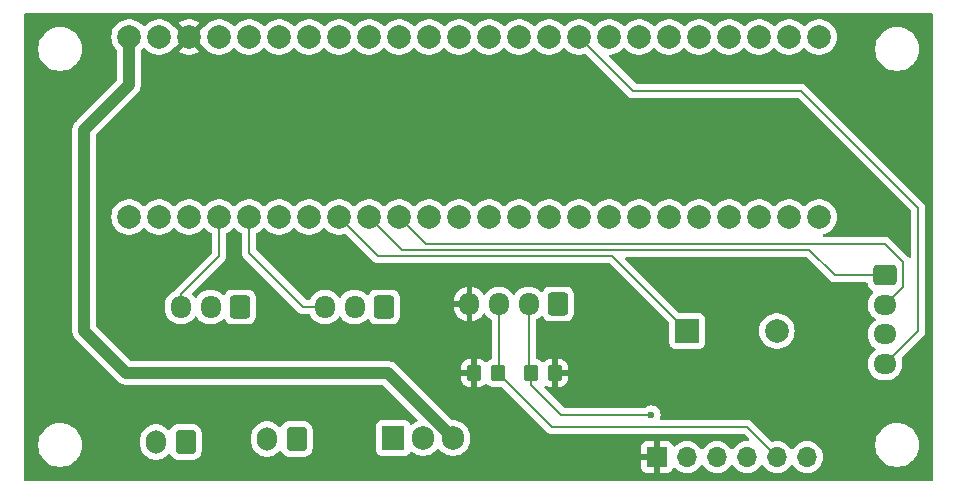
<source format=gbr>
%TF.GenerationSoftware,KiCad,Pcbnew,8.0.2-1*%
%TF.CreationDate,2024-12-19T12:14:32-05:00*%
%TF.ProjectId,Frame PCB v3,4672616d-6520-4504-9342-2076332e6b69,rev?*%
%TF.SameCoordinates,Original*%
%TF.FileFunction,Copper,L1,Top*%
%TF.FilePolarity,Positive*%
%FSLAX46Y46*%
G04 Gerber Fmt 4.6, Leading zero omitted, Abs format (unit mm)*
G04 Created by KiCad (PCBNEW 8.0.2-1) date 2024-12-19 12:14:32*
%MOMM*%
%LPD*%
G01*
G04 APERTURE LIST*
G04 Aperture macros list*
%AMRoundRect*
0 Rectangle with rounded corners*
0 $1 Rounding radius*
0 $2 $3 $4 $5 $6 $7 $8 $9 X,Y pos of 4 corners*
0 Add a 4 corners polygon primitive as box body*
4,1,4,$2,$3,$4,$5,$6,$7,$8,$9,$2,$3,0*
0 Add four circle primitives for the rounded corners*
1,1,$1+$1,$2,$3*
1,1,$1+$1,$4,$5*
1,1,$1+$1,$6,$7*
1,1,$1+$1,$8,$9*
0 Add four rect primitives between the rounded corners*
20,1,$1+$1,$2,$3,$4,$5,0*
20,1,$1+$1,$4,$5,$6,$7,0*
20,1,$1+$1,$6,$7,$8,$9,0*
20,1,$1+$1,$8,$9,$2,$3,0*%
G04 Aperture macros list end*
%TA.AperFunction,ComponentPad*%
%ADD10RoundRect,0.250000X0.600000X0.725000X-0.600000X0.725000X-0.600000X-0.725000X0.600000X-0.725000X0*%
%TD*%
%TA.AperFunction,ComponentPad*%
%ADD11O,1.700000X1.950000*%
%TD*%
%TA.AperFunction,ComponentPad*%
%ADD12C,2.000000*%
%TD*%
%TA.AperFunction,ComponentPad*%
%ADD13RoundRect,0.250000X0.600000X0.750000X-0.600000X0.750000X-0.600000X-0.750000X0.600000X-0.750000X0*%
%TD*%
%TA.AperFunction,ComponentPad*%
%ADD14O,1.700000X2.000000*%
%TD*%
%TA.AperFunction,ComponentPad*%
%ADD15RoundRect,0.250000X-0.725000X0.600000X-0.725000X-0.600000X0.725000X-0.600000X0.725000X0.600000X0*%
%TD*%
%TA.AperFunction,ComponentPad*%
%ADD16O,1.950000X1.700000*%
%TD*%
%TA.AperFunction,ComponentPad*%
%ADD17R,2.000000X2.000000*%
%TD*%
%TA.AperFunction,SMDPad,CuDef*%
%ADD18RoundRect,0.250000X-0.350000X-0.450000X0.350000X-0.450000X0.350000X0.450000X-0.350000X0.450000X0*%
%TD*%
%TA.AperFunction,ComponentPad*%
%ADD19R,1.700000X1.700000*%
%TD*%
%TA.AperFunction,ComponentPad*%
%ADD20O,1.700000X1.700000*%
%TD*%
%TA.AperFunction,ComponentPad*%
%ADD21R,1.905000X2.000000*%
%TD*%
%TA.AperFunction,ComponentPad*%
%ADD22O,1.905000X2.000000*%
%TD*%
%TA.AperFunction,ViaPad*%
%ADD23C,0.600000*%
%TD*%
%TA.AperFunction,Conductor*%
%ADD24C,0.200000*%
%TD*%
%TA.AperFunction,Conductor*%
%ADD25C,1.000000*%
%TD*%
G04 APERTURE END LIST*
D10*
%TO.P,J1,1,Pin_1*%
%TO.N,GND*%
X136144000Y-79756000D03*
D11*
%TO.P,J1,2,Pin_2*%
%TO.N,+9V*%
X133644000Y-79756000D03*
%TO.P,J1,3,Pin_3*%
%TO.N,Nichrome1*%
X131144000Y-79756000D03*
%TD*%
D12*
%TO.P,Teensy4.1,0,GND*%
%TO.N,GND*%
X126746000Y-72136000D03*
%TO.P,Teensy4.1,1,RX1*%
%TO.N,unconnected-(Teensy4.1-RX1-Pad1)*%
X129286000Y-72136000D03*
%TO.P,Teensy4.1,2,TX1*%
%TO.N,unconnected-(Teensy4.1-TX1-Pad2)*%
X131826000Y-72136000D03*
%TO.P,Teensy4.1,3,PWM*%
%TO.N,Nichrome1*%
X134366000Y-72136000D03*
%TO.P,Teensy4.1,4,PWM*%
%TO.N,Nichrome2*%
X136906000Y-72136000D03*
%TO.P,Teensy4.1,5,PWM*%
%TO.N,unconnected-(Teensy4.1-PWM-Pad5)*%
X139446000Y-72136000D03*
%TO.P,Teensy4.1,6,PWM*%
%TO.N,unconnected-(Teensy4.1-PWM-Pad6)*%
X141986000Y-72136000D03*
%TO.P,Teensy4.1,7,PWM*%
%TO.N,BuzzerPin*%
X144526000Y-72136000D03*
%TO.P,Teensy4.1,8,RX2*%
%TO.N,VehicleTX*%
X147066000Y-72136000D03*
%TO.P,Teensy4.1,9,TX2*%
%TO.N,VehicleRX*%
X149606000Y-72136000D03*
%TO.P,Teensy4.1,10,PWM*%
%TO.N,unconnected-(Teensy4.1-PWM-Pad10)*%
X152146000Y-72136000D03*
%TO.P,Teensy4.1,11,CS*%
%TO.N,unconnected-(Teensy4.1-CS-Pad11)*%
X154686000Y-72136000D03*
%TO.P,Teensy4.1,12,MOSI*%
%TO.N,unconnected-(Teensy4.1-MOSI-Pad12)*%
X157226000Y-72136000D03*
%TO.P,Teensy4.1,13,MISO*%
%TO.N,unconnected-(Teensy4.1-MISO-Pad13)*%
X159766000Y-72136000D03*
%TO.P,Teensy4.1,14,3.3V*%
%TO.N,unconnected-(Teensy4.1-3.3V-Pad14)*%
X162306000Y-72136000D03*
%TO.P,Teensy4.1,15,SCL2*%
%TO.N,unconnected-(Teensy4.1-SCL2-Pad15)*%
X164846000Y-72136000D03*
%TO.P,Teensy4.1,16,SDA2*%
%TO.N,unconnected-(Teensy4.1-SDA2-Pad16)*%
X167386000Y-72136000D03*
%TO.P,Teensy4.1,17,MOSI1*%
%TO.N,unconnected-(Teensy4.1-MOSI1-Pad17)*%
X169926000Y-72136000D03*
%TO.P,Teensy4.1,18,SCK1*%
%TO.N,unconnected-(Teensy4.1-SCK1-Pad18)*%
X172466000Y-72136000D03*
%TO.P,Teensy4.1,19,RX7*%
%TO.N,unconnected-(Teensy4.1-RX7-Pad19)*%
X175006000Y-72136000D03*
%TO.P,Teensy4.1,20,TX7*%
%TO.N,unconnected-(Teensy4.1-TX7-Pad20)*%
X177546000Y-72136000D03*
%TO.P,Teensy4.1,21,GPIO*%
%TO.N,unconnected-(Teensy4.1-GPIO-Pad21)*%
X180086000Y-72136000D03*
%TO.P,Teensy4.1,22,GPIO*%
%TO.N,unconnected-(Teensy4.1-GPIO-Pad22)*%
X182626000Y-72136000D03*
%TO.P,Teensy4.1,23,GPIO*%
%TO.N,unconnected-(Teensy4.1-GPIO-Pad23)*%
X185166000Y-72136000D03*
%TO.P,Teensy4.1,24,PWM*%
%TO.N,unconnected-(Teensy4.1-PWM-Pad24)*%
X185166000Y-56896000D03*
%TO.P,Teensy4.1,25,RX8*%
%TO.N,unconnected-(Teensy4.1-RX8-Pad25)*%
X182626000Y-56896000D03*
%TO.P,Teensy4.1,26,TX8*%
%TO.N,unconnected-(Teensy4.1-TX8-Pad26)*%
X180086000Y-56896000D03*
%TO.P,Teensy4.1,27,PWM*%
%TO.N,unconnected-(Teensy4.1-PWM-Pad27)*%
X177546000Y-56896000D03*
%TO.P,Teensy4.1,28,PWM*%
%TO.N,unconnected-(Teensy4.1-PWM-Pad28)*%
X175006000Y-56896000D03*
%TO.P,Teensy4.1,29,CS1*%
%TO.N,unconnected-(Teensy4.1-CS1-Pad29)*%
X172466000Y-56896000D03*
%TO.P,Teensy4.1,30,MISO*%
%TO.N,unconnected-(Teensy4.1-MISO-Pad30)*%
X169926000Y-56896000D03*
%TO.P,Teensy4.1,31,A16*%
%TO.N,unconnected-(Teensy4.1-A16-Pad31)*%
X167386000Y-56896000D03*
%TO.P,Teensy4.1,32,A17*%
%TO.N,VehicleSwitch*%
X164846000Y-56896000D03*
%TO.P,Teensy4.1,33,GND*%
%TO.N,unconnected-(Teensy4.1-GND-Pad33)*%
X162306000Y-56896000D03*
%TO.P,Teensy4.1,34,SCK*%
%TO.N,unconnected-(Teensy4.1-SCK-Pad34)*%
X159766000Y-56896000D03*
%TO.P,Teensy4.1,35,A0*%
%TO.N,unconnected-(Teensy4.1-A0-Pad35)*%
X157226000Y-56896000D03*
%TO.P,Teensy4.1,36,A1*%
%TO.N,unconnected-(Teensy4.1-A1-Pad36)*%
X154686000Y-56896000D03*
%TO.P,Teensy4.1,37,A2*%
%TO.N,unconnected-(Teensy4.1-A2-Pad37)*%
X152146000Y-56896000D03*
%TO.P,Teensy4.1,38,A3*%
%TO.N,unconnected-(Teensy4.1-A3-Pad38)*%
X149606000Y-56896000D03*
%TO.P,Teensy4.1,39,SDA*%
%TO.N,SDA*%
X147066000Y-56896000D03*
%TO.P,Teensy4.1,40,SCL*%
%TO.N,SCL*%
X144526000Y-56896000D03*
%TO.P,Teensy4.1,41,TX5*%
%TO.N,unconnected-(Teensy4.1-TX5-Pad41)*%
X141986000Y-56896000D03*
%TO.P,Teensy4.1,42,RX5*%
%TO.N,unconnected-(Teensy4.1-RX5-Pad42)*%
X139446000Y-56896000D03*
%TO.P,Teensy4.1,43,PWM*%
%TO.N,unconnected-(Teensy4.1-PWM-Pad43)*%
X136906000Y-56896000D03*
%TO.P,Teensy4.1,44,PWM*%
%TO.N,unconnected-(Teensy4.1-PWM-Pad44)*%
X134366000Y-56896000D03*
%TO.P,Teensy4.1,45,3.3V*%
%TO.N,+3.3V*%
X131826000Y-56896000D03*
%TO.P,Teensy4.1,46,GND*%
%TO.N,unconnected-(Teensy4.1-GND-Pad46)*%
X129286000Y-56896000D03*
%TO.P,Teensy4.1,47,Vin*%
%TO.N,+5V*%
X126746000Y-56896000D03*
%TD*%
D13*
%TO.P,J3,1,Pin_1*%
%TO.N,Net-(J3-Pin_1)*%
X131532000Y-91186000D03*
D14*
%TO.P,J3,2,Pin_2*%
%TO.N,GND*%
X129032000Y-91186000D03*
%TD*%
D10*
%TO.P,SensorBoard1,1,Pin_1*%
%TO.N,GND*%
X163068000Y-79502000D03*
D11*
%TO.P,SensorBoard1,2,Pin_2*%
%TO.N,SCL*%
X160568000Y-79502000D03*
%TO.P,SensorBoard1,3,Pin_3*%
%TO.N,SDA*%
X158068000Y-79502000D03*
%TO.P,SensorBoard1,4,Pin_4*%
%TO.N,+3.3V*%
X155568000Y-79502000D03*
%TD*%
D15*
%TO.P,VehiclePowerOn1,1,Pin_1*%
%TO.N,VehicleTX*%
X190754000Y-77082000D03*
D16*
%TO.P,VehiclePowerOn1,2,Pin_2*%
%TO.N,VehicleRX*%
X190754000Y-79582000D03*
%TO.P,VehiclePowerOn1,3,Pin_3*%
%TO.N,GND*%
X190754000Y-82082000D03*
%TO.P,VehiclePowerOn1,4,Pin_4*%
%TO.N,VehicleSwitch*%
X190754000Y-84582000D03*
%TD*%
D13*
%TO.P,J6,1,Pin_1*%
%TO.N,Net-(J3-Pin_1)*%
X140930000Y-90932000D03*
D14*
%TO.P,J6,2,Pin_2*%
%TO.N,+9V*%
X138430000Y-90932000D03*
%TD*%
D17*
%TO.P,BZ1,1,-*%
%TO.N,BuzzerPin*%
X174000000Y-81788000D03*
D12*
%TO.P,BZ1,2,+*%
%TO.N,GND*%
X181600000Y-81788000D03*
%TD*%
D10*
%TO.P,J2,1,Pin_1*%
%TO.N,GND*%
X148336000Y-79756000D03*
D11*
%TO.P,J2,2,Pin_2*%
%TO.N,+9V*%
X145836000Y-79756000D03*
%TO.P,J2,3,Pin_3*%
%TO.N,Nichrome2*%
X143336000Y-79756000D03*
%TD*%
D18*
%TO.P,R1,1*%
%TO.N,+3.3V*%
X155956000Y-85344000D03*
%TO.P,R1,2*%
%TO.N,SDA*%
X157956000Y-85344000D03*
%TD*%
%TO.P,R2,1*%
%TO.N,SCL*%
X160782000Y-85344000D03*
%TO.P,R2,2*%
%TO.N,+3.3V*%
X162782000Y-85344000D03*
%TD*%
D19*
%TO.P,BH1,0,VIN*%
%TO.N,+3.3V*%
X171450000Y-92456000D03*
D20*
%TO.P,BH1,1,3Vo*%
%TO.N,unconnected-(BH1-3Vo-Pad1)*%
X173990000Y-92456000D03*
%TO.P,BH1,2,GND*%
%TO.N,GND*%
X176530000Y-92456000D03*
%TO.P,BH1,3,SCL*%
%TO.N,SCL*%
X179070000Y-92456000D03*
%TO.P,BH1,4,SDA*%
%TO.N,SDA*%
X181610000Y-92456000D03*
%TO.P,BH1,5,ADDR*%
%TO.N,unconnected-(BH1-ADDR-Pad5)*%
X184150000Y-92456000D03*
%TD*%
D21*
%TO.P,q1,1,B*%
%TO.N,+9V*%
X149098000Y-90861000D03*
D22*
%TO.P,q1,2,C*%
%TO.N,GND*%
X151638000Y-90861000D03*
%TO.P,q1,3,E*%
%TO.N,+5V*%
X154178000Y-90861000D03*
%TD*%
D23*
%TO.N,SCL*%
X170942000Y-88900000D03*
%TD*%
D24*
%TO.N,SCL*%
X160782000Y-85344000D02*
X160782000Y-86360000D01*
X170434000Y-88900000D02*
X170942000Y-88900000D01*
X160568000Y-79502000D02*
X160568000Y-85130000D01*
X163322000Y-88900000D02*
X170180000Y-88900000D01*
X160782000Y-86360000D02*
X163322000Y-88900000D01*
X170180000Y-88900000D02*
X170434000Y-88900000D01*
X160568000Y-85130000D02*
X160782000Y-85344000D01*
%TO.N,SDA*%
X158068000Y-85232000D02*
X157956000Y-85344000D01*
X162528000Y-89916000D02*
X179070000Y-89916000D01*
X157956000Y-85344000D02*
X162528000Y-89916000D01*
X179070000Y-89916000D02*
X181610000Y-92456000D01*
X158068000Y-79502000D02*
X158068000Y-85232000D01*
%TO.N,BuzzerPin*%
X144526000Y-72136000D02*
X147828000Y-75438000D01*
X147828000Y-75438000D02*
X167650000Y-75438000D01*
X167650000Y-75438000D02*
X174000000Y-81788000D01*
%TO.N,Nichrome1*%
X131144000Y-79756000D02*
X131144000Y-78660000D01*
X134366000Y-75438000D02*
X134366000Y-72136000D01*
X131144000Y-78660000D02*
X134366000Y-75438000D01*
%TO.N,Nichrome2*%
X136906000Y-72136000D02*
X136906000Y-75184000D01*
X136906000Y-75184000D02*
X141478000Y-79756000D01*
X141478000Y-79756000D02*
X143336000Y-79756000D01*
D25*
%TO.N,+5V*%
X148661000Y-85344000D02*
X126492000Y-85344000D01*
X126492000Y-85344000D02*
X122936000Y-81788000D01*
X122936000Y-81788000D02*
X122936000Y-64770000D01*
X126746000Y-60960000D02*
X126746000Y-56896000D01*
X154178000Y-90861000D02*
X148661000Y-85344000D01*
X122936000Y-64770000D02*
X126746000Y-60960000D01*
D24*
%TO.N,VehicleSwitch*%
X169418000Y-61468000D02*
X164846000Y-56896000D01*
X183642000Y-61468000D02*
X169418000Y-61468000D01*
X190754000Y-84582000D02*
X193548000Y-81788000D01*
X193548000Y-71374000D02*
X183642000Y-61468000D01*
X193548000Y-81788000D02*
X193548000Y-71374000D01*
%TO.N,VehicleRX*%
X190754000Y-79582000D02*
X192278000Y-78058000D01*
X151892000Y-74422000D02*
X149606000Y-72136000D01*
X192278000Y-75946000D02*
X190754000Y-74422000D01*
X192278000Y-78058000D02*
X192278000Y-75946000D01*
X190754000Y-74422000D02*
X151892000Y-74422000D01*
%TO.N,VehicleTX*%
X149860000Y-74930000D02*
X184350654Y-74930000D01*
X184350654Y-74930000D02*
X186502654Y-77082000D01*
X186502654Y-77082000D02*
X190754000Y-77082000D01*
X147066000Y-72136000D02*
X149860000Y-74930000D01*
%TD*%
%TA.AperFunction,Conductor*%
%TO.N,+3.3V*%
G36*
X194768539Y-54876185D02*
G01*
X194814294Y-54928989D01*
X194825500Y-54980500D01*
X194825500Y-94371500D01*
X194805815Y-94438539D01*
X194753011Y-94484294D01*
X194701500Y-94495500D01*
X117972500Y-94495500D01*
X117905461Y-94475815D01*
X117859706Y-94423011D01*
X117848500Y-94371500D01*
X117848500Y-91318711D01*
X119053500Y-91318711D01*
X119053500Y-91561288D01*
X119083585Y-91789816D01*
X119085162Y-91801789D01*
X119094006Y-91834795D01*
X119147947Y-92036104D01*
X119240773Y-92260205D01*
X119240777Y-92260214D01*
X119262974Y-92298661D01*
X119362064Y-92470289D01*
X119362066Y-92470292D01*
X119362067Y-92470293D01*
X119509733Y-92662736D01*
X119509739Y-92662743D01*
X119681256Y-92834260D01*
X119681263Y-92834266D01*
X119792545Y-92919655D01*
X119873711Y-92981936D01*
X120083788Y-93103224D01*
X120307900Y-93196054D01*
X120542211Y-93258838D01*
X120722586Y-93282584D01*
X120782711Y-93290500D01*
X120782712Y-93290500D01*
X121025289Y-93290500D01*
X121073388Y-93284167D01*
X121265789Y-93258838D01*
X121500100Y-93196054D01*
X121724212Y-93103224D01*
X121934289Y-92981936D01*
X122126738Y-92834265D01*
X122298265Y-92662738D01*
X122445936Y-92470289D01*
X122567224Y-92260212D01*
X122660054Y-92036100D01*
X122722838Y-91801789D01*
X122754500Y-91561288D01*
X122754500Y-91318712D01*
X122722838Y-91078211D01*
X122683048Y-90929713D01*
X127681500Y-90929713D01*
X127681500Y-91442286D01*
X127709091Y-91616492D01*
X127714754Y-91652243D01*
X127769579Y-91820977D01*
X127780444Y-91854414D01*
X127876951Y-92043820D01*
X128001890Y-92215786D01*
X128152213Y-92366109D01*
X128324179Y-92491048D01*
X128324181Y-92491049D01*
X128324184Y-92491051D01*
X128513588Y-92587557D01*
X128715757Y-92653246D01*
X128925713Y-92686500D01*
X128925714Y-92686500D01*
X129138286Y-92686500D01*
X129138287Y-92686500D01*
X129348243Y-92653246D01*
X129550412Y-92587557D01*
X129739816Y-92491051D01*
X129820405Y-92432500D01*
X129911784Y-92366110D01*
X129911784Y-92366109D01*
X129911792Y-92366104D01*
X130050604Y-92227291D01*
X130111923Y-92193809D01*
X130181615Y-92198793D01*
X130237549Y-92240664D01*
X130243821Y-92249878D01*
X130247185Y-92255333D01*
X130247186Y-92255334D01*
X130339288Y-92404656D01*
X130463344Y-92528712D01*
X130612666Y-92620814D01*
X130779203Y-92675999D01*
X130881991Y-92686500D01*
X132182008Y-92686499D01*
X132284797Y-92675999D01*
X132451334Y-92620814D01*
X132600656Y-92528712D01*
X132724712Y-92404656D01*
X132816814Y-92255334D01*
X132871999Y-92088797D01*
X132882500Y-91986009D01*
X132882499Y-90675713D01*
X137079500Y-90675713D01*
X137079500Y-91188286D01*
X137107316Y-91363913D01*
X137112754Y-91398243D01*
X137173304Y-91584597D01*
X137178444Y-91600414D01*
X137274951Y-91789820D01*
X137399890Y-91961786D01*
X137550213Y-92112109D01*
X137722179Y-92237048D01*
X137722181Y-92237049D01*
X137722184Y-92237051D01*
X137911588Y-92333557D01*
X138113757Y-92399246D01*
X138323713Y-92432500D01*
X138323714Y-92432500D01*
X138536286Y-92432500D01*
X138536287Y-92432500D01*
X138746243Y-92399246D01*
X138948412Y-92333557D01*
X139137816Y-92237051D01*
X139309792Y-92112104D01*
X139448604Y-91973291D01*
X139509923Y-91939809D01*
X139579615Y-91944793D01*
X139635549Y-91986664D01*
X139641821Y-91995878D01*
X139645185Y-92001333D01*
X139645186Y-92001334D01*
X139737288Y-92150656D01*
X139861344Y-92274712D01*
X140010666Y-92366814D01*
X140177203Y-92421999D01*
X140279991Y-92432500D01*
X141580008Y-92432499D01*
X141682797Y-92421999D01*
X141849334Y-92366814D01*
X141998656Y-92274712D01*
X142122712Y-92150656D01*
X142214814Y-92001334D01*
X142269999Y-91834797D01*
X142280500Y-91732009D01*
X142280499Y-90131992D01*
X142278933Y-90116666D01*
X142269999Y-90029203D01*
X142269998Y-90029200D01*
X142232104Y-89914845D01*
X142214814Y-89862666D01*
X142122712Y-89713344D01*
X141998656Y-89589288D01*
X141849334Y-89497186D01*
X141682797Y-89442001D01*
X141682795Y-89442000D01*
X141580010Y-89431500D01*
X140279998Y-89431500D01*
X140279981Y-89431501D01*
X140177203Y-89442000D01*
X140177200Y-89442001D01*
X140010668Y-89497185D01*
X140010663Y-89497187D01*
X139861342Y-89589289D01*
X139737289Y-89713342D01*
X139641821Y-89868121D01*
X139589873Y-89914845D01*
X139520910Y-89926068D01*
X139456828Y-89898224D01*
X139448601Y-89890705D01*
X139309786Y-89751890D01*
X139137820Y-89626951D01*
X138948414Y-89530444D01*
X138948413Y-89530443D01*
X138948412Y-89530443D01*
X138746243Y-89464754D01*
X138746241Y-89464753D01*
X138746240Y-89464753D01*
X138584957Y-89439208D01*
X138536287Y-89431500D01*
X138323713Y-89431500D01*
X138275042Y-89439208D01*
X138113760Y-89464753D01*
X137911585Y-89530444D01*
X137722179Y-89626951D01*
X137550213Y-89751890D01*
X137399890Y-89902213D01*
X137274951Y-90074179D01*
X137178444Y-90263585D01*
X137112753Y-90465760D01*
X137079500Y-90675713D01*
X132882499Y-90675713D01*
X132882499Y-90385992D01*
X132871999Y-90283203D01*
X132816814Y-90116666D01*
X132724712Y-89967344D01*
X132600656Y-89843288D01*
X132492817Y-89776773D01*
X132451336Y-89751187D01*
X132451331Y-89751185D01*
X132449862Y-89750698D01*
X132284797Y-89696001D01*
X132284795Y-89696000D01*
X132182010Y-89685500D01*
X130881998Y-89685500D01*
X130881981Y-89685501D01*
X130779203Y-89696000D01*
X130779200Y-89696001D01*
X130612668Y-89751185D01*
X130612663Y-89751187D01*
X130463342Y-89843289D01*
X130339289Y-89967342D01*
X130243821Y-90122121D01*
X130191873Y-90168845D01*
X130122910Y-90180068D01*
X130058828Y-90152224D01*
X130050601Y-90144705D01*
X129911786Y-90005890D01*
X129739820Y-89880951D01*
X129550414Y-89784444D01*
X129550413Y-89784443D01*
X129550412Y-89784443D01*
X129348243Y-89718754D01*
X129348241Y-89718753D01*
X129348240Y-89718753D01*
X129186957Y-89693208D01*
X129138287Y-89685500D01*
X128925713Y-89685500D01*
X128877042Y-89693208D01*
X128715760Y-89718753D01*
X128715757Y-89718754D01*
X128537185Y-89776776D01*
X128513585Y-89784444D01*
X128324179Y-89880951D01*
X128152213Y-90005890D01*
X128001890Y-90156213D01*
X127876951Y-90328179D01*
X127780444Y-90517585D01*
X127714753Y-90719760D01*
X127681500Y-90929713D01*
X122683048Y-90929713D01*
X122660054Y-90843900D01*
X122567224Y-90619788D01*
X122445936Y-90409711D01*
X122346701Y-90280385D01*
X122298266Y-90217263D01*
X122298260Y-90217256D01*
X122126743Y-90045739D01*
X122126736Y-90045733D01*
X121934293Y-89898067D01*
X121934292Y-89898066D01*
X121934289Y-89898064D01*
X121762661Y-89798974D01*
X121724214Y-89776777D01*
X121724205Y-89776773D01*
X121500104Y-89683947D01*
X121360493Y-89646538D01*
X121265789Y-89621162D01*
X121265788Y-89621161D01*
X121265785Y-89621161D01*
X121025289Y-89589500D01*
X121025288Y-89589500D01*
X120782712Y-89589500D01*
X120782711Y-89589500D01*
X120542214Y-89621161D01*
X120307895Y-89683947D01*
X120083794Y-89776773D01*
X120083785Y-89776777D01*
X119873706Y-89898067D01*
X119681263Y-90045733D01*
X119681256Y-90045739D01*
X119509739Y-90217256D01*
X119509733Y-90217263D01*
X119362067Y-90409706D01*
X119240777Y-90619785D01*
X119240773Y-90619794D01*
X119147947Y-90843895D01*
X119085161Y-91078214D01*
X119053500Y-91318711D01*
X117848500Y-91318711D01*
X117848500Y-81886543D01*
X121935499Y-81886543D01*
X121973947Y-82079829D01*
X121973950Y-82079839D01*
X122049364Y-82261907D01*
X122049371Y-82261920D01*
X122158859Y-82425780D01*
X122158860Y-82425781D01*
X122158861Y-82425782D01*
X122298218Y-82565139D01*
X122298219Y-82565139D01*
X122305286Y-82572206D01*
X122305285Y-82572206D01*
X122305288Y-82572208D01*
X125714860Y-85981781D01*
X125714861Y-85981782D01*
X125854218Y-86121139D01*
X126018086Y-86230632D01*
X126124745Y-86274811D01*
X126200164Y-86306051D01*
X126393454Y-86344499D01*
X126393457Y-86344500D01*
X126393459Y-86344500D01*
X126590540Y-86344500D01*
X148195218Y-86344500D01*
X148262257Y-86364185D01*
X148282899Y-86380819D01*
X151155126Y-89253046D01*
X151188611Y-89314369D01*
X151183627Y-89384061D01*
X151141755Y-89439994D01*
X151105767Y-89458657D01*
X151080244Y-89466950D01*
X150876461Y-89570783D01*
X150772194Y-89646538D01*
X150720706Y-89683947D01*
X150693759Y-89703525D01*
X150627952Y-89727005D01*
X150559898Y-89711180D01*
X150511203Y-89661074D01*
X150504690Y-89646538D01*
X150494296Y-89618669D01*
X150494293Y-89618664D01*
X150408047Y-89503455D01*
X150408044Y-89503452D01*
X150292835Y-89417206D01*
X150292828Y-89417202D01*
X150157982Y-89366908D01*
X150157983Y-89366908D01*
X150098383Y-89360501D01*
X150098381Y-89360500D01*
X150098373Y-89360500D01*
X150098364Y-89360500D01*
X148097629Y-89360500D01*
X148097623Y-89360501D01*
X148038016Y-89366908D01*
X147903171Y-89417202D01*
X147903164Y-89417206D01*
X147787955Y-89503452D01*
X147787952Y-89503455D01*
X147701706Y-89618664D01*
X147701702Y-89618671D01*
X147651408Y-89753517D01*
X147645001Y-89813116D01*
X147645000Y-89813135D01*
X147645000Y-91908870D01*
X147645001Y-91908876D01*
X147651408Y-91968483D01*
X147701702Y-92103328D01*
X147701706Y-92103335D01*
X147787952Y-92218544D01*
X147787955Y-92218547D01*
X147903164Y-92304793D01*
X147903171Y-92304797D01*
X148038017Y-92355091D01*
X148038016Y-92355091D01*
X148044944Y-92355835D01*
X148097627Y-92361500D01*
X150098372Y-92361499D01*
X150157983Y-92355091D01*
X150292831Y-92304796D01*
X150408046Y-92218546D01*
X150494296Y-92103331D01*
X150504690Y-92075460D01*
X150546560Y-92019527D01*
X150612023Y-91995108D01*
X150680297Y-92009958D01*
X150693746Y-92018465D01*
X150876462Y-92151217D01*
X151012626Y-92220596D01*
X151080244Y-92255049D01*
X151297751Y-92325721D01*
X151297752Y-92325721D01*
X151297755Y-92325722D01*
X151523646Y-92361500D01*
X151523647Y-92361500D01*
X151752353Y-92361500D01*
X151752354Y-92361500D01*
X151978245Y-92325722D01*
X151978248Y-92325721D01*
X151978249Y-92325721D01*
X152195755Y-92255049D01*
X152195755Y-92255048D01*
X152195758Y-92255048D01*
X152399538Y-92151217D01*
X152584566Y-92016786D01*
X152746286Y-91855066D01*
X152807683Y-91770559D01*
X152863012Y-91727896D01*
X152932625Y-91721917D01*
X152994420Y-91754523D01*
X153008314Y-91770556D01*
X153069714Y-91855066D01*
X153231434Y-92016786D01*
X153416462Y-92151217D01*
X153552626Y-92220596D01*
X153620244Y-92255049D01*
X153837751Y-92325721D01*
X153837752Y-92325721D01*
X153837755Y-92325722D01*
X154063646Y-92361500D01*
X154063647Y-92361500D01*
X154292353Y-92361500D01*
X154292354Y-92361500D01*
X154518245Y-92325722D01*
X154518248Y-92325721D01*
X154518249Y-92325721D01*
X154735755Y-92255049D01*
X154735755Y-92255048D01*
X154735758Y-92255048D01*
X154939538Y-92151217D01*
X155124566Y-92016786D01*
X155286286Y-91855066D01*
X155420717Y-91670038D01*
X155524548Y-91466258D01*
X155532337Y-91442286D01*
X155595221Y-91248749D01*
X155595221Y-91248748D01*
X155595222Y-91248745D01*
X155631000Y-91022854D01*
X155631000Y-90699146D01*
X155595222Y-90473255D01*
X155595221Y-90473251D01*
X155595221Y-90473250D01*
X155524549Y-90255744D01*
X155461494Y-90131992D01*
X155420717Y-90051962D01*
X155286286Y-89866934D01*
X155124566Y-89705214D01*
X154939538Y-89570783D01*
X154907290Y-89554352D01*
X154735755Y-89466950D01*
X154518248Y-89396278D01*
X154332812Y-89366908D01*
X154292354Y-89360500D01*
X154292353Y-89360500D01*
X154143782Y-89360500D01*
X154076743Y-89340815D01*
X154056101Y-89324181D01*
X150575906Y-85843986D01*
X154856001Y-85843986D01*
X154866494Y-85946697D01*
X154921641Y-86113119D01*
X154921643Y-86113124D01*
X155013684Y-86262345D01*
X155137654Y-86386315D01*
X155286875Y-86478356D01*
X155286880Y-86478358D01*
X155453302Y-86533505D01*
X155453309Y-86533506D01*
X155556019Y-86543999D01*
X155705999Y-86543999D01*
X155706000Y-86543998D01*
X155706000Y-85594000D01*
X154856001Y-85594000D01*
X154856001Y-85843986D01*
X150575906Y-85843986D01*
X149575933Y-84844013D01*
X154856000Y-84844013D01*
X154856000Y-85094000D01*
X155706000Y-85094000D01*
X155706000Y-84144000D01*
X155556027Y-84144000D01*
X155556012Y-84144001D01*
X155453302Y-84154494D01*
X155286880Y-84209641D01*
X155286875Y-84209643D01*
X155137654Y-84301684D01*
X155013684Y-84425654D01*
X154921643Y-84574875D01*
X154921641Y-84574880D01*
X154866494Y-84741302D01*
X154866493Y-84741309D01*
X154856000Y-84844013D01*
X149575933Y-84844013D01*
X149442479Y-84710559D01*
X149442459Y-84710537D01*
X149298785Y-84566863D01*
X149298781Y-84566860D01*
X149134920Y-84457371D01*
X149134911Y-84457366D01*
X149051683Y-84422892D01*
X149006165Y-84404038D01*
X148979500Y-84392993D01*
X148952837Y-84381949D01*
X148952833Y-84381947D01*
X148793299Y-84350215D01*
X148793298Y-84350214D01*
X148776420Y-84346857D01*
X148759542Y-84343500D01*
X148759541Y-84343500D01*
X126957783Y-84343500D01*
X126890744Y-84323815D01*
X126870102Y-84307181D01*
X123972819Y-81409898D01*
X123939334Y-81348575D01*
X123936500Y-81322217D01*
X123936500Y-65235782D01*
X123956185Y-65168743D01*
X123972819Y-65148101D01*
X127523137Y-61597784D01*
X127523137Y-61597783D01*
X127523140Y-61597781D01*
X127632632Y-61433914D01*
X127708052Y-61251835D01*
X127746500Y-61058540D01*
X127746500Y-60861459D01*
X127746500Y-58073027D01*
X127766185Y-58005988D01*
X127779265Y-57989049D01*
X127924771Y-57830988D01*
X127984657Y-57794999D01*
X128054495Y-57797099D01*
X128107228Y-57830988D01*
X128266256Y-58003738D01*
X128462491Y-58156474D01*
X128462493Y-58156475D01*
X128680332Y-58274364D01*
X128681190Y-58274828D01*
X128801216Y-58316033D01*
X128914964Y-58355083D01*
X128916386Y-58355571D01*
X129161665Y-58396500D01*
X129410335Y-58396500D01*
X129655614Y-58355571D01*
X129890810Y-58274828D01*
X130109509Y-58156474D01*
X130305744Y-58003738D01*
X130474164Y-57820785D01*
X130474533Y-57820219D01*
X130474745Y-57820038D01*
X130477322Y-57816729D01*
X130478002Y-57817258D01*
X130527676Y-57774860D01*
X130591138Y-57764697D01*
X130602564Y-57765882D01*
X131334871Y-57033575D01*
X131350755Y-57092853D01*
X131417898Y-57209147D01*
X131512853Y-57304102D01*
X131629147Y-57371245D01*
X131688424Y-57387128D01*
X130955942Y-58119609D01*
X131002768Y-58156055D01*
X131002770Y-58156056D01*
X131221385Y-58274364D01*
X131221396Y-58274369D01*
X131456506Y-58355083D01*
X131701707Y-58396000D01*
X131950293Y-58396000D01*
X132195493Y-58355083D01*
X132430603Y-58274369D01*
X132430614Y-58274364D01*
X132649228Y-58156057D01*
X132649231Y-58156055D01*
X132696056Y-58119609D01*
X131963575Y-57387128D01*
X132022853Y-57371245D01*
X132139147Y-57304102D01*
X132234102Y-57209147D01*
X132301245Y-57092853D01*
X132317127Y-57033575D01*
X133049434Y-57765882D01*
X133060861Y-57764697D01*
X133129573Y-57777360D01*
X133174092Y-57817194D01*
X133174683Y-57816735D01*
X133177218Y-57819992D01*
X133177456Y-57820205D01*
X133177831Y-57820780D01*
X133177836Y-57820785D01*
X133346256Y-58003738D01*
X133542491Y-58156474D01*
X133542493Y-58156475D01*
X133760332Y-58274364D01*
X133761190Y-58274828D01*
X133881216Y-58316033D01*
X133994964Y-58355083D01*
X133996386Y-58355571D01*
X134241665Y-58396500D01*
X134490335Y-58396500D01*
X134735614Y-58355571D01*
X134970810Y-58274828D01*
X135189509Y-58156474D01*
X135385744Y-58003738D01*
X135544771Y-57830988D01*
X135604657Y-57794999D01*
X135674495Y-57797099D01*
X135727228Y-57830988D01*
X135886256Y-58003738D01*
X136082491Y-58156474D01*
X136082493Y-58156475D01*
X136300332Y-58274364D01*
X136301190Y-58274828D01*
X136421216Y-58316033D01*
X136534964Y-58355083D01*
X136536386Y-58355571D01*
X136781665Y-58396500D01*
X137030335Y-58396500D01*
X137275614Y-58355571D01*
X137510810Y-58274828D01*
X137729509Y-58156474D01*
X137925744Y-58003738D01*
X138084771Y-57830988D01*
X138144657Y-57794999D01*
X138214495Y-57797099D01*
X138267228Y-57830988D01*
X138426256Y-58003738D01*
X138622491Y-58156474D01*
X138622493Y-58156475D01*
X138840332Y-58274364D01*
X138841190Y-58274828D01*
X138961216Y-58316033D01*
X139074964Y-58355083D01*
X139076386Y-58355571D01*
X139321665Y-58396500D01*
X139570335Y-58396500D01*
X139815614Y-58355571D01*
X140050810Y-58274828D01*
X140269509Y-58156474D01*
X140465744Y-58003738D01*
X140624771Y-57830988D01*
X140684657Y-57794999D01*
X140754495Y-57797099D01*
X140807228Y-57830988D01*
X140966256Y-58003738D01*
X141162491Y-58156474D01*
X141162493Y-58156475D01*
X141380332Y-58274364D01*
X141381190Y-58274828D01*
X141501216Y-58316033D01*
X141614964Y-58355083D01*
X141616386Y-58355571D01*
X141861665Y-58396500D01*
X142110335Y-58396500D01*
X142355614Y-58355571D01*
X142590810Y-58274828D01*
X142809509Y-58156474D01*
X143005744Y-58003738D01*
X143164771Y-57830988D01*
X143224657Y-57794999D01*
X143294495Y-57797099D01*
X143347228Y-57830988D01*
X143506256Y-58003738D01*
X143702491Y-58156474D01*
X143702493Y-58156475D01*
X143920332Y-58274364D01*
X143921190Y-58274828D01*
X144041216Y-58316033D01*
X144154964Y-58355083D01*
X144156386Y-58355571D01*
X144401665Y-58396500D01*
X144650335Y-58396500D01*
X144895614Y-58355571D01*
X145130810Y-58274828D01*
X145349509Y-58156474D01*
X145545744Y-58003738D01*
X145704771Y-57830988D01*
X145764657Y-57794999D01*
X145834495Y-57797099D01*
X145887228Y-57830988D01*
X146046256Y-58003738D01*
X146242491Y-58156474D01*
X146242493Y-58156475D01*
X146460332Y-58274364D01*
X146461190Y-58274828D01*
X146581216Y-58316033D01*
X146694964Y-58355083D01*
X146696386Y-58355571D01*
X146941665Y-58396500D01*
X147190335Y-58396500D01*
X147435614Y-58355571D01*
X147670810Y-58274828D01*
X147889509Y-58156474D01*
X148085744Y-58003738D01*
X148244771Y-57830988D01*
X148304657Y-57794999D01*
X148374495Y-57797099D01*
X148427228Y-57830988D01*
X148586256Y-58003738D01*
X148782491Y-58156474D01*
X148782493Y-58156475D01*
X149000332Y-58274364D01*
X149001190Y-58274828D01*
X149121216Y-58316033D01*
X149234964Y-58355083D01*
X149236386Y-58355571D01*
X149481665Y-58396500D01*
X149730335Y-58396500D01*
X149975614Y-58355571D01*
X150210810Y-58274828D01*
X150429509Y-58156474D01*
X150625744Y-58003738D01*
X150784771Y-57830988D01*
X150844657Y-57794999D01*
X150914495Y-57797099D01*
X150967228Y-57830988D01*
X151126256Y-58003738D01*
X151322491Y-58156474D01*
X151322493Y-58156475D01*
X151540332Y-58274364D01*
X151541190Y-58274828D01*
X151661216Y-58316033D01*
X151774964Y-58355083D01*
X151776386Y-58355571D01*
X152021665Y-58396500D01*
X152270335Y-58396500D01*
X152515614Y-58355571D01*
X152750810Y-58274828D01*
X152969509Y-58156474D01*
X153165744Y-58003738D01*
X153324771Y-57830988D01*
X153384657Y-57794999D01*
X153454495Y-57797099D01*
X153507228Y-57830988D01*
X153666256Y-58003738D01*
X153862491Y-58156474D01*
X153862493Y-58156475D01*
X154080332Y-58274364D01*
X154081190Y-58274828D01*
X154201216Y-58316033D01*
X154314964Y-58355083D01*
X154316386Y-58355571D01*
X154561665Y-58396500D01*
X154810335Y-58396500D01*
X155055614Y-58355571D01*
X155290810Y-58274828D01*
X155509509Y-58156474D01*
X155705744Y-58003738D01*
X155864771Y-57830988D01*
X155924657Y-57794999D01*
X155994495Y-57797099D01*
X156047228Y-57830988D01*
X156206256Y-58003738D01*
X156402491Y-58156474D01*
X156402493Y-58156475D01*
X156620332Y-58274364D01*
X156621190Y-58274828D01*
X156741216Y-58316033D01*
X156854964Y-58355083D01*
X156856386Y-58355571D01*
X157101665Y-58396500D01*
X157350335Y-58396500D01*
X157595614Y-58355571D01*
X157830810Y-58274828D01*
X158049509Y-58156474D01*
X158245744Y-58003738D01*
X158404771Y-57830988D01*
X158464657Y-57794999D01*
X158534495Y-57797099D01*
X158587228Y-57830988D01*
X158746256Y-58003738D01*
X158942491Y-58156474D01*
X158942493Y-58156475D01*
X159160332Y-58274364D01*
X159161190Y-58274828D01*
X159281216Y-58316033D01*
X159394964Y-58355083D01*
X159396386Y-58355571D01*
X159641665Y-58396500D01*
X159890335Y-58396500D01*
X160135614Y-58355571D01*
X160370810Y-58274828D01*
X160589509Y-58156474D01*
X160785744Y-58003738D01*
X160944771Y-57830988D01*
X161004657Y-57794999D01*
X161074495Y-57797099D01*
X161127228Y-57830988D01*
X161286256Y-58003738D01*
X161482491Y-58156474D01*
X161482493Y-58156475D01*
X161700332Y-58274364D01*
X161701190Y-58274828D01*
X161821216Y-58316033D01*
X161934964Y-58355083D01*
X161936386Y-58355571D01*
X162181665Y-58396500D01*
X162430335Y-58396500D01*
X162675614Y-58355571D01*
X162910810Y-58274828D01*
X163129509Y-58156474D01*
X163325744Y-58003738D01*
X163484771Y-57830988D01*
X163544657Y-57794999D01*
X163614495Y-57797099D01*
X163667228Y-57830988D01*
X163826256Y-58003738D01*
X164022491Y-58156474D01*
X164022493Y-58156475D01*
X164240332Y-58274364D01*
X164241190Y-58274828D01*
X164361216Y-58316033D01*
X164474964Y-58355083D01*
X164476386Y-58355571D01*
X164721665Y-58396500D01*
X164970335Y-58396500D01*
X165215608Y-58355572D01*
X165215607Y-58355572D01*
X165215614Y-58355571D01*
X165321607Y-58319182D01*
X165391402Y-58316033D01*
X165449548Y-58348783D01*
X168933139Y-61832374D01*
X168933149Y-61832385D01*
X168937479Y-61836715D01*
X168937480Y-61836716D01*
X169049284Y-61948520D01*
X169049286Y-61948521D01*
X169049290Y-61948524D01*
X169186209Y-62027573D01*
X169186216Y-62027577D01*
X169298019Y-62057534D01*
X169338942Y-62068500D01*
X169338943Y-62068500D01*
X183341903Y-62068500D01*
X183408942Y-62088185D01*
X183429584Y-62104819D01*
X192911181Y-71586416D01*
X192944666Y-71647739D01*
X192947500Y-71674097D01*
X192947500Y-75466901D01*
X192927815Y-75533940D01*
X192875011Y-75579695D01*
X192805853Y-75589639D01*
X192742297Y-75560614D01*
X192735819Y-75554582D01*
X192642397Y-75461160D01*
X192642374Y-75461139D01*
X191241590Y-74060355D01*
X191241588Y-74060352D01*
X191122717Y-73941481D01*
X191122716Y-73941480D01*
X191035904Y-73891360D01*
X191035904Y-73891359D01*
X191035900Y-73891358D01*
X190985785Y-73862423D01*
X190833057Y-73821499D01*
X190674943Y-73821499D01*
X190667347Y-73821499D01*
X190667331Y-73821500D01*
X185620597Y-73821500D01*
X185553558Y-73801815D01*
X185507803Y-73749011D01*
X185497859Y-73679853D01*
X185526884Y-73616297D01*
X185580334Y-73580219D01*
X185650784Y-73556033D01*
X185770810Y-73514828D01*
X185989509Y-73396474D01*
X186185744Y-73243738D01*
X186354164Y-73060785D01*
X186490173Y-72852607D01*
X186590063Y-72624881D01*
X186651108Y-72383821D01*
X186671643Y-72136000D01*
X186651108Y-71888179D01*
X186590063Y-71647119D01*
X186579367Y-71622735D01*
X186490173Y-71419393D01*
X186354166Y-71211217D01*
X186290644Y-71142214D01*
X186185744Y-71028262D01*
X185989509Y-70875526D01*
X185989507Y-70875525D01*
X185989506Y-70875524D01*
X185770811Y-70757172D01*
X185770802Y-70757169D01*
X185535616Y-70676429D01*
X185290335Y-70635500D01*
X185041665Y-70635500D01*
X184796383Y-70676429D01*
X184561197Y-70757169D01*
X184561188Y-70757172D01*
X184342493Y-70875524D01*
X184146257Y-71028261D01*
X183987230Y-71201010D01*
X183927342Y-71237001D01*
X183857504Y-71234900D01*
X183804770Y-71201010D01*
X183750644Y-71142214D01*
X183645744Y-71028262D01*
X183449509Y-70875526D01*
X183449507Y-70875525D01*
X183449506Y-70875524D01*
X183230811Y-70757172D01*
X183230802Y-70757169D01*
X182995616Y-70676429D01*
X182750335Y-70635500D01*
X182501665Y-70635500D01*
X182256383Y-70676429D01*
X182021197Y-70757169D01*
X182021188Y-70757172D01*
X181802493Y-70875524D01*
X181606257Y-71028261D01*
X181447230Y-71201010D01*
X181387342Y-71237001D01*
X181317504Y-71234900D01*
X181264770Y-71201010D01*
X181210644Y-71142214D01*
X181105744Y-71028262D01*
X180909509Y-70875526D01*
X180909507Y-70875525D01*
X180909506Y-70875524D01*
X180690811Y-70757172D01*
X180690802Y-70757169D01*
X180455616Y-70676429D01*
X180210335Y-70635500D01*
X179961665Y-70635500D01*
X179716383Y-70676429D01*
X179481197Y-70757169D01*
X179481188Y-70757172D01*
X179262493Y-70875524D01*
X179066257Y-71028261D01*
X178907230Y-71201010D01*
X178847342Y-71237001D01*
X178777504Y-71234900D01*
X178724770Y-71201010D01*
X178670644Y-71142214D01*
X178565744Y-71028262D01*
X178369509Y-70875526D01*
X178369507Y-70875525D01*
X178369506Y-70875524D01*
X178150811Y-70757172D01*
X178150802Y-70757169D01*
X177915616Y-70676429D01*
X177670335Y-70635500D01*
X177421665Y-70635500D01*
X177176383Y-70676429D01*
X176941197Y-70757169D01*
X176941188Y-70757172D01*
X176722493Y-70875524D01*
X176526257Y-71028261D01*
X176367230Y-71201010D01*
X176307342Y-71237001D01*
X176237504Y-71234900D01*
X176184770Y-71201010D01*
X176130644Y-71142214D01*
X176025744Y-71028262D01*
X175829509Y-70875526D01*
X175829507Y-70875525D01*
X175829506Y-70875524D01*
X175610811Y-70757172D01*
X175610802Y-70757169D01*
X175375616Y-70676429D01*
X175130335Y-70635500D01*
X174881665Y-70635500D01*
X174636383Y-70676429D01*
X174401197Y-70757169D01*
X174401188Y-70757172D01*
X174182493Y-70875524D01*
X173986257Y-71028261D01*
X173827230Y-71201010D01*
X173767342Y-71237001D01*
X173697504Y-71234900D01*
X173644770Y-71201010D01*
X173590644Y-71142214D01*
X173485744Y-71028262D01*
X173289509Y-70875526D01*
X173289507Y-70875525D01*
X173289506Y-70875524D01*
X173070811Y-70757172D01*
X173070802Y-70757169D01*
X172835616Y-70676429D01*
X172590335Y-70635500D01*
X172341665Y-70635500D01*
X172096383Y-70676429D01*
X171861197Y-70757169D01*
X171861188Y-70757172D01*
X171642493Y-70875524D01*
X171446257Y-71028261D01*
X171287230Y-71201010D01*
X171227342Y-71237001D01*
X171157504Y-71234900D01*
X171104770Y-71201010D01*
X171050644Y-71142214D01*
X170945744Y-71028262D01*
X170749509Y-70875526D01*
X170749507Y-70875525D01*
X170749506Y-70875524D01*
X170530811Y-70757172D01*
X170530802Y-70757169D01*
X170295616Y-70676429D01*
X170050335Y-70635500D01*
X169801665Y-70635500D01*
X169556383Y-70676429D01*
X169321197Y-70757169D01*
X169321188Y-70757172D01*
X169102493Y-70875524D01*
X168906257Y-71028261D01*
X168747230Y-71201010D01*
X168687342Y-71237001D01*
X168617504Y-71234900D01*
X168564770Y-71201010D01*
X168510644Y-71142214D01*
X168405744Y-71028262D01*
X168209509Y-70875526D01*
X168209507Y-70875525D01*
X168209506Y-70875524D01*
X167990811Y-70757172D01*
X167990802Y-70757169D01*
X167755616Y-70676429D01*
X167510335Y-70635500D01*
X167261665Y-70635500D01*
X167016383Y-70676429D01*
X166781197Y-70757169D01*
X166781188Y-70757172D01*
X166562493Y-70875524D01*
X166366257Y-71028261D01*
X166207230Y-71201010D01*
X166147342Y-71237001D01*
X166077504Y-71234900D01*
X166024770Y-71201010D01*
X165970644Y-71142214D01*
X165865744Y-71028262D01*
X165669509Y-70875526D01*
X165669507Y-70875525D01*
X165669506Y-70875524D01*
X165450811Y-70757172D01*
X165450802Y-70757169D01*
X165215616Y-70676429D01*
X164970335Y-70635500D01*
X164721665Y-70635500D01*
X164476383Y-70676429D01*
X164241197Y-70757169D01*
X164241188Y-70757172D01*
X164022493Y-70875524D01*
X163826257Y-71028261D01*
X163667230Y-71201010D01*
X163607342Y-71237001D01*
X163537504Y-71234900D01*
X163484770Y-71201010D01*
X163430644Y-71142214D01*
X163325744Y-71028262D01*
X163129509Y-70875526D01*
X163129507Y-70875525D01*
X163129506Y-70875524D01*
X162910811Y-70757172D01*
X162910802Y-70757169D01*
X162675616Y-70676429D01*
X162430335Y-70635500D01*
X162181665Y-70635500D01*
X161936383Y-70676429D01*
X161701197Y-70757169D01*
X161701188Y-70757172D01*
X161482493Y-70875524D01*
X161286257Y-71028261D01*
X161127230Y-71201010D01*
X161067342Y-71237001D01*
X160997504Y-71234900D01*
X160944770Y-71201010D01*
X160890644Y-71142214D01*
X160785744Y-71028262D01*
X160589509Y-70875526D01*
X160589507Y-70875525D01*
X160589506Y-70875524D01*
X160370811Y-70757172D01*
X160370802Y-70757169D01*
X160135616Y-70676429D01*
X159890335Y-70635500D01*
X159641665Y-70635500D01*
X159396383Y-70676429D01*
X159161197Y-70757169D01*
X159161188Y-70757172D01*
X158942493Y-70875524D01*
X158746257Y-71028261D01*
X158587230Y-71201010D01*
X158527342Y-71237001D01*
X158457504Y-71234900D01*
X158404770Y-71201010D01*
X158350644Y-71142214D01*
X158245744Y-71028262D01*
X158049509Y-70875526D01*
X158049507Y-70875525D01*
X158049506Y-70875524D01*
X157830811Y-70757172D01*
X157830802Y-70757169D01*
X157595616Y-70676429D01*
X157350335Y-70635500D01*
X157101665Y-70635500D01*
X156856383Y-70676429D01*
X156621197Y-70757169D01*
X156621188Y-70757172D01*
X156402493Y-70875524D01*
X156206257Y-71028261D01*
X156047230Y-71201010D01*
X155987342Y-71237001D01*
X155917504Y-71234900D01*
X155864770Y-71201010D01*
X155810644Y-71142214D01*
X155705744Y-71028262D01*
X155509509Y-70875526D01*
X155509507Y-70875525D01*
X155509506Y-70875524D01*
X155290811Y-70757172D01*
X155290802Y-70757169D01*
X155055616Y-70676429D01*
X154810335Y-70635500D01*
X154561665Y-70635500D01*
X154316383Y-70676429D01*
X154081197Y-70757169D01*
X154081188Y-70757172D01*
X153862493Y-70875524D01*
X153666257Y-71028261D01*
X153507230Y-71201010D01*
X153447342Y-71237001D01*
X153377504Y-71234900D01*
X153324770Y-71201010D01*
X153270644Y-71142214D01*
X153165744Y-71028262D01*
X152969509Y-70875526D01*
X152969507Y-70875525D01*
X152969506Y-70875524D01*
X152750811Y-70757172D01*
X152750802Y-70757169D01*
X152515616Y-70676429D01*
X152270335Y-70635500D01*
X152021665Y-70635500D01*
X151776383Y-70676429D01*
X151541197Y-70757169D01*
X151541188Y-70757172D01*
X151322493Y-70875524D01*
X151126257Y-71028261D01*
X150967230Y-71201010D01*
X150907342Y-71237001D01*
X150837504Y-71234900D01*
X150784770Y-71201010D01*
X150730644Y-71142214D01*
X150625744Y-71028262D01*
X150429509Y-70875526D01*
X150429507Y-70875525D01*
X150429506Y-70875524D01*
X150210811Y-70757172D01*
X150210802Y-70757169D01*
X149975616Y-70676429D01*
X149730335Y-70635500D01*
X149481665Y-70635500D01*
X149236383Y-70676429D01*
X149001197Y-70757169D01*
X149001188Y-70757172D01*
X148782493Y-70875524D01*
X148586257Y-71028261D01*
X148427230Y-71201010D01*
X148367342Y-71237001D01*
X148297504Y-71234900D01*
X148244770Y-71201010D01*
X148190644Y-71142214D01*
X148085744Y-71028262D01*
X147889509Y-70875526D01*
X147889507Y-70875525D01*
X147889506Y-70875524D01*
X147670811Y-70757172D01*
X147670802Y-70757169D01*
X147435616Y-70676429D01*
X147190335Y-70635500D01*
X146941665Y-70635500D01*
X146696383Y-70676429D01*
X146461197Y-70757169D01*
X146461188Y-70757172D01*
X146242493Y-70875524D01*
X146046257Y-71028261D01*
X145887230Y-71201010D01*
X145827342Y-71237001D01*
X145757504Y-71234900D01*
X145704770Y-71201010D01*
X145650644Y-71142214D01*
X145545744Y-71028262D01*
X145349509Y-70875526D01*
X145349507Y-70875525D01*
X145349506Y-70875524D01*
X145130811Y-70757172D01*
X145130802Y-70757169D01*
X144895616Y-70676429D01*
X144650335Y-70635500D01*
X144401665Y-70635500D01*
X144156383Y-70676429D01*
X143921197Y-70757169D01*
X143921188Y-70757172D01*
X143702493Y-70875524D01*
X143506257Y-71028261D01*
X143347230Y-71201010D01*
X143287342Y-71237001D01*
X143217504Y-71234900D01*
X143164770Y-71201010D01*
X143110644Y-71142214D01*
X143005744Y-71028262D01*
X142809509Y-70875526D01*
X142809507Y-70875525D01*
X142809506Y-70875524D01*
X142590811Y-70757172D01*
X142590802Y-70757169D01*
X142355616Y-70676429D01*
X142110335Y-70635500D01*
X141861665Y-70635500D01*
X141616383Y-70676429D01*
X141381197Y-70757169D01*
X141381188Y-70757172D01*
X141162493Y-70875524D01*
X140966257Y-71028261D01*
X140807230Y-71201010D01*
X140747342Y-71237001D01*
X140677504Y-71234900D01*
X140624770Y-71201010D01*
X140570644Y-71142214D01*
X140465744Y-71028262D01*
X140269509Y-70875526D01*
X140269507Y-70875525D01*
X140269506Y-70875524D01*
X140050811Y-70757172D01*
X140050802Y-70757169D01*
X139815616Y-70676429D01*
X139570335Y-70635500D01*
X139321665Y-70635500D01*
X139076383Y-70676429D01*
X138841197Y-70757169D01*
X138841188Y-70757172D01*
X138622493Y-70875524D01*
X138426257Y-71028261D01*
X138267230Y-71201010D01*
X138207342Y-71237001D01*
X138137504Y-71234900D01*
X138084770Y-71201010D01*
X138030644Y-71142214D01*
X137925744Y-71028262D01*
X137729509Y-70875526D01*
X137729507Y-70875525D01*
X137729506Y-70875524D01*
X137510811Y-70757172D01*
X137510802Y-70757169D01*
X137275616Y-70676429D01*
X137030335Y-70635500D01*
X136781665Y-70635500D01*
X136536383Y-70676429D01*
X136301197Y-70757169D01*
X136301188Y-70757172D01*
X136082493Y-70875524D01*
X135886257Y-71028261D01*
X135727230Y-71201010D01*
X135667342Y-71237001D01*
X135597504Y-71234900D01*
X135544770Y-71201010D01*
X135490644Y-71142214D01*
X135385744Y-71028262D01*
X135189509Y-70875526D01*
X135189507Y-70875525D01*
X135189506Y-70875524D01*
X134970811Y-70757172D01*
X134970802Y-70757169D01*
X134735616Y-70676429D01*
X134490335Y-70635500D01*
X134241665Y-70635500D01*
X133996383Y-70676429D01*
X133761197Y-70757169D01*
X133761188Y-70757172D01*
X133542493Y-70875524D01*
X133346257Y-71028261D01*
X133187230Y-71201010D01*
X133127342Y-71237001D01*
X133057504Y-71234900D01*
X133004770Y-71201010D01*
X132950644Y-71142214D01*
X132845744Y-71028262D01*
X132649509Y-70875526D01*
X132649507Y-70875525D01*
X132649506Y-70875524D01*
X132430811Y-70757172D01*
X132430802Y-70757169D01*
X132195616Y-70676429D01*
X131950335Y-70635500D01*
X131701665Y-70635500D01*
X131456383Y-70676429D01*
X131221197Y-70757169D01*
X131221188Y-70757172D01*
X131002493Y-70875524D01*
X130806257Y-71028261D01*
X130647230Y-71201010D01*
X130587342Y-71237001D01*
X130517504Y-71234900D01*
X130464770Y-71201010D01*
X130410644Y-71142214D01*
X130305744Y-71028262D01*
X130109509Y-70875526D01*
X130109507Y-70875525D01*
X130109506Y-70875524D01*
X129890811Y-70757172D01*
X129890802Y-70757169D01*
X129655616Y-70676429D01*
X129410335Y-70635500D01*
X129161665Y-70635500D01*
X128916383Y-70676429D01*
X128681197Y-70757169D01*
X128681188Y-70757172D01*
X128462493Y-70875524D01*
X128266257Y-71028261D01*
X128107230Y-71201010D01*
X128047342Y-71237001D01*
X127977504Y-71234900D01*
X127924770Y-71201010D01*
X127870644Y-71142214D01*
X127765744Y-71028262D01*
X127569509Y-70875526D01*
X127569507Y-70875525D01*
X127569506Y-70875524D01*
X127350811Y-70757172D01*
X127350802Y-70757169D01*
X127115616Y-70676429D01*
X126870335Y-70635500D01*
X126621665Y-70635500D01*
X126376383Y-70676429D01*
X126141197Y-70757169D01*
X126141188Y-70757172D01*
X125922493Y-70875524D01*
X125726257Y-71028261D01*
X125557833Y-71211217D01*
X125421826Y-71419393D01*
X125321936Y-71647118D01*
X125260892Y-71888175D01*
X125260890Y-71888187D01*
X125240357Y-72135994D01*
X125240357Y-72136005D01*
X125260890Y-72383812D01*
X125260892Y-72383824D01*
X125321936Y-72624881D01*
X125421826Y-72852606D01*
X125557833Y-73060782D01*
X125557836Y-73060785D01*
X125726256Y-73243738D01*
X125922491Y-73396474D01*
X126141190Y-73514828D01*
X126376386Y-73595571D01*
X126621665Y-73636500D01*
X126870335Y-73636500D01*
X127115614Y-73595571D01*
X127350810Y-73514828D01*
X127569509Y-73396474D01*
X127765744Y-73243738D01*
X127924771Y-73070988D01*
X127984657Y-73034999D01*
X128054495Y-73037099D01*
X128107228Y-73070988D01*
X128266256Y-73243738D01*
X128462491Y-73396474D01*
X128681190Y-73514828D01*
X128916386Y-73595571D01*
X129161665Y-73636500D01*
X129410335Y-73636500D01*
X129655614Y-73595571D01*
X129890810Y-73514828D01*
X130109509Y-73396474D01*
X130305744Y-73243738D01*
X130464771Y-73070988D01*
X130524657Y-73034999D01*
X130594495Y-73037099D01*
X130647228Y-73070988D01*
X130806256Y-73243738D01*
X131002491Y-73396474D01*
X131221190Y-73514828D01*
X131456386Y-73595571D01*
X131701665Y-73636500D01*
X131950335Y-73636500D01*
X132195614Y-73595571D01*
X132430810Y-73514828D01*
X132649509Y-73396474D01*
X132845744Y-73243738D01*
X133004771Y-73070988D01*
X133064657Y-73034999D01*
X133134495Y-73037099D01*
X133187228Y-73070988D01*
X133346256Y-73243738D01*
X133542491Y-73396474D01*
X133542494Y-73396476D01*
X133542496Y-73396477D01*
X133608609Y-73432255D01*
X133700517Y-73481993D01*
X133750108Y-73531212D01*
X133765500Y-73591048D01*
X133765500Y-75137902D01*
X133745815Y-75204941D01*
X133729181Y-75225583D01*
X130663481Y-78291282D01*
X130663477Y-78291287D01*
X130640872Y-78330442D01*
X130640871Y-78330444D01*
X130625525Y-78357023D01*
X130574957Y-78405238D01*
X130574435Y-78405505D01*
X130436182Y-78475949D01*
X130264213Y-78600890D01*
X130113890Y-78751213D01*
X129988951Y-78923179D01*
X129892444Y-79112585D01*
X129826753Y-79314760D01*
X129793500Y-79524713D01*
X129793500Y-79987286D01*
X129819028Y-80148467D01*
X129826754Y-80197243D01*
X129874505Y-80344206D01*
X129892444Y-80399414D01*
X129988951Y-80588820D01*
X130113890Y-80760786D01*
X130264213Y-80911109D01*
X130436179Y-81036048D01*
X130436181Y-81036049D01*
X130436184Y-81036051D01*
X130625588Y-81132557D01*
X130827757Y-81198246D01*
X131037713Y-81231500D01*
X131037714Y-81231500D01*
X131250286Y-81231500D01*
X131250287Y-81231500D01*
X131460243Y-81198246D01*
X131662412Y-81132557D01*
X131851816Y-81036051D01*
X131932405Y-80977500D01*
X132023786Y-80911109D01*
X132023788Y-80911106D01*
X132023792Y-80911104D01*
X132174104Y-80760792D01*
X132293683Y-80596204D01*
X132349011Y-80553540D01*
X132418624Y-80547561D01*
X132480420Y-80580166D01*
X132494313Y-80596199D01*
X132596647Y-80737051D01*
X132613896Y-80760792D01*
X132764213Y-80911109D01*
X132936179Y-81036048D01*
X132936181Y-81036049D01*
X132936184Y-81036051D01*
X133125588Y-81132557D01*
X133327757Y-81198246D01*
X133537713Y-81231500D01*
X133537714Y-81231500D01*
X133750286Y-81231500D01*
X133750287Y-81231500D01*
X133960243Y-81198246D01*
X134162412Y-81132557D01*
X134351816Y-81036051D01*
X134432405Y-80977500D01*
X134523784Y-80911110D01*
X134523784Y-80911109D01*
X134523792Y-80911104D01*
X134662604Y-80772291D01*
X134723923Y-80738809D01*
X134793615Y-80743793D01*
X134849549Y-80785664D01*
X134855821Y-80794878D01*
X134859185Y-80800333D01*
X134859186Y-80800334D01*
X134951288Y-80949656D01*
X135075344Y-81073712D01*
X135224666Y-81165814D01*
X135391203Y-81220999D01*
X135493991Y-81231500D01*
X136794008Y-81231499D01*
X136896797Y-81220999D01*
X137063334Y-81165814D01*
X137212656Y-81073712D01*
X137336712Y-80949656D01*
X137428814Y-80800334D01*
X137483999Y-80633797D01*
X137494500Y-80531009D01*
X137494499Y-78980992D01*
X137483999Y-78878203D01*
X137428814Y-78711666D01*
X137336712Y-78562344D01*
X137212656Y-78438288D01*
X137117253Y-78379443D01*
X137063336Y-78346187D01*
X137063331Y-78346185D01*
X137061862Y-78345698D01*
X136896797Y-78291001D01*
X136896795Y-78291000D01*
X136794010Y-78280500D01*
X135493998Y-78280500D01*
X135493981Y-78280501D01*
X135391203Y-78291000D01*
X135391200Y-78291001D01*
X135224668Y-78346185D01*
X135224663Y-78346187D01*
X135075342Y-78438289D01*
X134951289Y-78562342D01*
X134855821Y-78717121D01*
X134803873Y-78763845D01*
X134734910Y-78775068D01*
X134670828Y-78747224D01*
X134662601Y-78739705D01*
X134523786Y-78600890D01*
X134351820Y-78475951D01*
X134162414Y-78379444D01*
X134162413Y-78379443D01*
X134162412Y-78379443D01*
X133960243Y-78313754D01*
X133960241Y-78313753D01*
X133960240Y-78313753D01*
X133798957Y-78288208D01*
X133750287Y-78280500D01*
X133537713Y-78280500D01*
X133489042Y-78288208D01*
X133327760Y-78313753D01*
X133125585Y-78379444D01*
X132936179Y-78475951D01*
X132764213Y-78600890D01*
X132613894Y-78751209D01*
X132613890Y-78751214D01*
X132494318Y-78915793D01*
X132438989Y-78958459D01*
X132369375Y-78964438D01*
X132307580Y-78931833D01*
X132293682Y-78915793D01*
X132174109Y-78751214D01*
X132174105Y-78751209D01*
X132125746Y-78702850D01*
X132092261Y-78641527D01*
X132097245Y-78571835D01*
X132125746Y-78527488D01*
X133090716Y-77562518D01*
X134724506Y-75928728D01*
X134724511Y-75928724D01*
X134734714Y-75918520D01*
X134734716Y-75918520D01*
X134846520Y-75806716D01*
X134899925Y-75714215D01*
X134925577Y-75669785D01*
X134966500Y-75517057D01*
X134966500Y-75358943D01*
X134966500Y-73591048D01*
X134986185Y-73524009D01*
X135031481Y-73481993D01*
X135189509Y-73396474D01*
X135385744Y-73243738D01*
X135544771Y-73070988D01*
X135604657Y-73034999D01*
X135674495Y-73037099D01*
X135727228Y-73070988D01*
X135886256Y-73243738D01*
X136082491Y-73396474D01*
X136082494Y-73396476D01*
X136082496Y-73396477D01*
X136148609Y-73432255D01*
X136240517Y-73481993D01*
X136290108Y-73531212D01*
X136305500Y-73591048D01*
X136305500Y-75097330D01*
X136305499Y-75097348D01*
X136305499Y-75263054D01*
X136305498Y-75263054D01*
X136346423Y-75415784D01*
X136346424Y-75415788D01*
X136375114Y-75465481D01*
X136375115Y-75465481D01*
X136425477Y-75552712D01*
X136425481Y-75552717D01*
X136544349Y-75671585D01*
X136544355Y-75671590D01*
X140993139Y-80120374D01*
X140993149Y-80120385D01*
X140997479Y-80124715D01*
X140997480Y-80124716D01*
X141109284Y-80236520D01*
X141109286Y-80236521D01*
X141109290Y-80236524D01*
X141218439Y-80299540D01*
X141246216Y-80315577D01*
X141353054Y-80344204D01*
X141398942Y-80356500D01*
X141398943Y-80356500D01*
X141986591Y-80356500D01*
X142053630Y-80376185D01*
X142097075Y-80424204D01*
X142151829Y-80531664D01*
X142180951Y-80588820D01*
X142305890Y-80760786D01*
X142456213Y-80911109D01*
X142628179Y-81036048D01*
X142628181Y-81036049D01*
X142628184Y-81036051D01*
X142817588Y-81132557D01*
X143019757Y-81198246D01*
X143229713Y-81231500D01*
X143229714Y-81231500D01*
X143442286Y-81231500D01*
X143442287Y-81231500D01*
X143652243Y-81198246D01*
X143854412Y-81132557D01*
X144043816Y-81036051D01*
X144124405Y-80977500D01*
X144215786Y-80911109D01*
X144215788Y-80911106D01*
X144215792Y-80911104D01*
X144366104Y-80760792D01*
X144485683Y-80596204D01*
X144541011Y-80553540D01*
X144610624Y-80547561D01*
X144672420Y-80580166D01*
X144686313Y-80596199D01*
X144788647Y-80737051D01*
X144805896Y-80760792D01*
X144956213Y-80911109D01*
X145128179Y-81036048D01*
X145128181Y-81036049D01*
X145128184Y-81036051D01*
X145317588Y-81132557D01*
X145519757Y-81198246D01*
X145729713Y-81231500D01*
X145729714Y-81231500D01*
X145942286Y-81231500D01*
X145942287Y-81231500D01*
X146152243Y-81198246D01*
X146354412Y-81132557D01*
X146543816Y-81036051D01*
X146624405Y-80977500D01*
X146715784Y-80911110D01*
X146715784Y-80911109D01*
X146715792Y-80911104D01*
X146854604Y-80772291D01*
X146915923Y-80738809D01*
X146985615Y-80743793D01*
X147041549Y-80785664D01*
X147047821Y-80794878D01*
X147051185Y-80800333D01*
X147051186Y-80800334D01*
X147143288Y-80949656D01*
X147267344Y-81073712D01*
X147416666Y-81165814D01*
X147583203Y-81220999D01*
X147685991Y-81231500D01*
X148986008Y-81231499D01*
X149088797Y-81220999D01*
X149255334Y-81165814D01*
X149404656Y-81073712D01*
X149528712Y-80949656D01*
X149620814Y-80800334D01*
X149675999Y-80633797D01*
X149686500Y-80531009D01*
X149686499Y-79252000D01*
X154220970Y-79252000D01*
X155163854Y-79252000D01*
X155125370Y-79318657D01*
X155093000Y-79439465D01*
X155093000Y-79564535D01*
X155125370Y-79685343D01*
X155163854Y-79752000D01*
X154220970Y-79752000D01*
X154251242Y-79943127D01*
X154251242Y-79943130D01*
X154316904Y-80145217D01*
X154413379Y-80334557D01*
X154538272Y-80506459D01*
X154538276Y-80506464D01*
X154688535Y-80656723D01*
X154688540Y-80656727D01*
X154860442Y-80781620D01*
X155049782Y-80878095D01*
X155251871Y-80943757D01*
X155318000Y-80954231D01*
X155318000Y-79906145D01*
X155384657Y-79944630D01*
X155505465Y-79977000D01*
X155630535Y-79977000D01*
X155751343Y-79944630D01*
X155818000Y-79906145D01*
X155818000Y-80954230D01*
X155884126Y-80943757D01*
X155884129Y-80943757D01*
X156086217Y-80878095D01*
X156275557Y-80781620D01*
X156447459Y-80656727D01*
X156447464Y-80656723D01*
X156597721Y-80506466D01*
X156717371Y-80341781D01*
X156772701Y-80299115D01*
X156842314Y-80293136D01*
X156904110Y-80325741D01*
X156918008Y-80341781D01*
X157037890Y-80506785D01*
X157037894Y-80506790D01*
X157188213Y-80657109D01*
X157360184Y-80782051D01*
X157360184Y-80782052D01*
X157399793Y-80802233D01*
X157450590Y-80850206D01*
X157467500Y-80912718D01*
X157467500Y-84059722D01*
X157447815Y-84126761D01*
X157395011Y-84172516D01*
X157382505Y-84177428D01*
X157286666Y-84209186D01*
X157286663Y-84209187D01*
X157137345Y-84301287D01*
X157043327Y-84395305D01*
X156982003Y-84428789D01*
X156912312Y-84423805D01*
X156867965Y-84395304D01*
X156774345Y-84301684D01*
X156625124Y-84209643D01*
X156625119Y-84209641D01*
X156458697Y-84154494D01*
X156458690Y-84154493D01*
X156355986Y-84144000D01*
X156206000Y-84144000D01*
X156206000Y-86543999D01*
X156355972Y-86543999D01*
X156355986Y-86543998D01*
X156458697Y-86533505D01*
X156625119Y-86478358D01*
X156625124Y-86478356D01*
X156774342Y-86386317D01*
X156867964Y-86292695D01*
X156929287Y-86259210D01*
X156998979Y-86264194D01*
X157043327Y-86292695D01*
X157137344Y-86386712D01*
X157286666Y-86478814D01*
X157453203Y-86533999D01*
X157555991Y-86544500D01*
X158255902Y-86544499D01*
X158322941Y-86564183D01*
X158343583Y-86580818D01*
X162043139Y-90280374D01*
X162043149Y-90280385D01*
X162047479Y-90284715D01*
X162047480Y-90284716D01*
X162159284Y-90396520D01*
X162159286Y-90396521D01*
X162159290Y-90396524D01*
X162279207Y-90465757D01*
X162296216Y-90475577D01*
X162408019Y-90505534D01*
X162448942Y-90516500D01*
X162448943Y-90516500D01*
X178769903Y-90516500D01*
X178836942Y-90536185D01*
X178857584Y-90552819D01*
X179196333Y-90891568D01*
X179229818Y-90952891D01*
X179224834Y-91022583D01*
X179182962Y-91078516D01*
X179117498Y-91102933D01*
X179097844Y-91102777D01*
X179070001Y-91100341D01*
X179069999Y-91100341D01*
X178834596Y-91120936D01*
X178834586Y-91120938D01*
X178606344Y-91182094D01*
X178606335Y-91182098D01*
X178392171Y-91281964D01*
X178392169Y-91281965D01*
X178198597Y-91417505D01*
X178031505Y-91584597D01*
X177901575Y-91770158D01*
X177846998Y-91813783D01*
X177777500Y-91820977D01*
X177715145Y-91789454D01*
X177698425Y-91770158D01*
X177568494Y-91584597D01*
X177401402Y-91417506D01*
X177401395Y-91417501D01*
X177207834Y-91281967D01*
X177207830Y-91281965D01*
X177136598Y-91248749D01*
X176993663Y-91182097D01*
X176993659Y-91182096D01*
X176993655Y-91182094D01*
X176765413Y-91120938D01*
X176765403Y-91120936D01*
X176530001Y-91100341D01*
X176529999Y-91100341D01*
X176294596Y-91120936D01*
X176294586Y-91120938D01*
X176066344Y-91182094D01*
X176066335Y-91182098D01*
X175852171Y-91281964D01*
X175852169Y-91281965D01*
X175658597Y-91417505D01*
X175491505Y-91584597D01*
X175361575Y-91770158D01*
X175306998Y-91813783D01*
X175237500Y-91820977D01*
X175175145Y-91789454D01*
X175158425Y-91770158D01*
X175028494Y-91584597D01*
X174861402Y-91417506D01*
X174861395Y-91417501D01*
X174667834Y-91281967D01*
X174667830Y-91281965D01*
X174596598Y-91248749D01*
X174453663Y-91182097D01*
X174453659Y-91182096D01*
X174453655Y-91182094D01*
X174225413Y-91120938D01*
X174225403Y-91120936D01*
X173990001Y-91100341D01*
X173989999Y-91100341D01*
X173754596Y-91120936D01*
X173754586Y-91120938D01*
X173526344Y-91182094D01*
X173526335Y-91182098D01*
X173312171Y-91281964D01*
X173312169Y-91281965D01*
X173118600Y-91417503D01*
X172996284Y-91539819D01*
X172934961Y-91573303D01*
X172865269Y-91568319D01*
X172809336Y-91526447D01*
X172792421Y-91495470D01*
X172743354Y-91363913D01*
X172743350Y-91363906D01*
X172657190Y-91248812D01*
X172657187Y-91248809D01*
X172542093Y-91162649D01*
X172542086Y-91162645D01*
X172407379Y-91112403D01*
X172407372Y-91112401D01*
X172347844Y-91106000D01*
X171700000Y-91106000D01*
X171700000Y-92022988D01*
X171642993Y-91990075D01*
X171515826Y-91956000D01*
X171384174Y-91956000D01*
X171257007Y-91990075D01*
X171200000Y-92022988D01*
X171200000Y-91106000D01*
X170552155Y-91106000D01*
X170492627Y-91112401D01*
X170492620Y-91112403D01*
X170357913Y-91162645D01*
X170357906Y-91162649D01*
X170242812Y-91248809D01*
X170242809Y-91248812D01*
X170156649Y-91363906D01*
X170156645Y-91363913D01*
X170106403Y-91498620D01*
X170106401Y-91498627D01*
X170100000Y-91558155D01*
X170100000Y-92206000D01*
X171016988Y-92206000D01*
X170984075Y-92263007D01*
X170950000Y-92390174D01*
X170950000Y-92521826D01*
X170984075Y-92648993D01*
X171016988Y-92706000D01*
X170100000Y-92706000D01*
X170100000Y-93353844D01*
X170106401Y-93413372D01*
X170106403Y-93413379D01*
X170156645Y-93548086D01*
X170156649Y-93548093D01*
X170242809Y-93663187D01*
X170242812Y-93663190D01*
X170357906Y-93749350D01*
X170357913Y-93749354D01*
X170492620Y-93799596D01*
X170492627Y-93799598D01*
X170552155Y-93805999D01*
X170552172Y-93806000D01*
X171200000Y-93806000D01*
X171200000Y-92889012D01*
X171257007Y-92921925D01*
X171384174Y-92956000D01*
X171515826Y-92956000D01*
X171642993Y-92921925D01*
X171700000Y-92889012D01*
X171700000Y-93806000D01*
X172347828Y-93806000D01*
X172347844Y-93805999D01*
X172407372Y-93799598D01*
X172407379Y-93799596D01*
X172542086Y-93749354D01*
X172542093Y-93749350D01*
X172657187Y-93663190D01*
X172657190Y-93663187D01*
X172743350Y-93548093D01*
X172743354Y-93548086D01*
X172792422Y-93416529D01*
X172834293Y-93360595D01*
X172899757Y-93336178D01*
X172968030Y-93351030D01*
X172996285Y-93372181D01*
X173118599Y-93494495D01*
X173195135Y-93548086D01*
X173312165Y-93630032D01*
X173312167Y-93630033D01*
X173312170Y-93630035D01*
X173526337Y-93729903D01*
X173754592Y-93791063D01*
X173925319Y-93806000D01*
X173989999Y-93811659D01*
X173990000Y-93811659D01*
X173990001Y-93811659D01*
X174054681Y-93806000D01*
X174225408Y-93791063D01*
X174453663Y-93729903D01*
X174667830Y-93630035D01*
X174861401Y-93494495D01*
X175028495Y-93327401D01*
X175158425Y-93141842D01*
X175213002Y-93098217D01*
X175282500Y-93091023D01*
X175344855Y-93122546D01*
X175361575Y-93141842D01*
X175491500Y-93327395D01*
X175491505Y-93327401D01*
X175658599Y-93494495D01*
X175735135Y-93548086D01*
X175852165Y-93630032D01*
X175852167Y-93630033D01*
X175852170Y-93630035D01*
X176066337Y-93729903D01*
X176294592Y-93791063D01*
X176465319Y-93806000D01*
X176529999Y-93811659D01*
X176530000Y-93811659D01*
X176530001Y-93811659D01*
X176594681Y-93806000D01*
X176765408Y-93791063D01*
X176993663Y-93729903D01*
X177207830Y-93630035D01*
X177401401Y-93494495D01*
X177568495Y-93327401D01*
X177698425Y-93141842D01*
X177753002Y-93098217D01*
X177822500Y-93091023D01*
X177884855Y-93122546D01*
X177901575Y-93141842D01*
X178031500Y-93327395D01*
X178031505Y-93327401D01*
X178198599Y-93494495D01*
X178275135Y-93548086D01*
X178392165Y-93630032D01*
X178392167Y-93630033D01*
X178392170Y-93630035D01*
X178606337Y-93729903D01*
X178834592Y-93791063D01*
X179005319Y-93806000D01*
X179069999Y-93811659D01*
X179070000Y-93811659D01*
X179070001Y-93811659D01*
X179134681Y-93806000D01*
X179305408Y-93791063D01*
X179533663Y-93729903D01*
X179747830Y-93630035D01*
X179941401Y-93494495D01*
X180108495Y-93327401D01*
X180238425Y-93141842D01*
X180293002Y-93098217D01*
X180362500Y-93091023D01*
X180424855Y-93122546D01*
X180441575Y-93141842D01*
X180571500Y-93327395D01*
X180571505Y-93327401D01*
X180738599Y-93494495D01*
X180815135Y-93548086D01*
X180932165Y-93630032D01*
X180932167Y-93630033D01*
X180932170Y-93630035D01*
X181146337Y-93729903D01*
X181374592Y-93791063D01*
X181545319Y-93806000D01*
X181609999Y-93811659D01*
X181610000Y-93811659D01*
X181610001Y-93811659D01*
X181674681Y-93806000D01*
X181845408Y-93791063D01*
X182073663Y-93729903D01*
X182287830Y-93630035D01*
X182481401Y-93494495D01*
X182648495Y-93327401D01*
X182778425Y-93141842D01*
X182833002Y-93098217D01*
X182902500Y-93091023D01*
X182964855Y-93122546D01*
X182981575Y-93141842D01*
X183111500Y-93327395D01*
X183111505Y-93327401D01*
X183278599Y-93494495D01*
X183355135Y-93548086D01*
X183472165Y-93630032D01*
X183472167Y-93630033D01*
X183472170Y-93630035D01*
X183686337Y-93729903D01*
X183914592Y-93791063D01*
X184085319Y-93806000D01*
X184149999Y-93811659D01*
X184150000Y-93811659D01*
X184150001Y-93811659D01*
X184214681Y-93806000D01*
X184385408Y-93791063D01*
X184613663Y-93729903D01*
X184827830Y-93630035D01*
X185021401Y-93494495D01*
X185188495Y-93327401D01*
X185324035Y-93133830D01*
X185423903Y-92919663D01*
X185485063Y-92691408D01*
X185505659Y-92456000D01*
X185485063Y-92220592D01*
X185435629Y-92036100D01*
X185423905Y-91992344D01*
X185423904Y-91992343D01*
X185423903Y-91992337D01*
X185324035Y-91778171D01*
X185318707Y-91770561D01*
X185188494Y-91584597D01*
X185021402Y-91417506D01*
X185021395Y-91417501D01*
X184880309Y-91318711D01*
X189919500Y-91318711D01*
X189919500Y-91561288D01*
X189949585Y-91789816D01*
X189951162Y-91801789D01*
X189960006Y-91834795D01*
X190013947Y-92036104D01*
X190106773Y-92260205D01*
X190106777Y-92260214D01*
X190128974Y-92298661D01*
X190228064Y-92470289D01*
X190228066Y-92470292D01*
X190228067Y-92470293D01*
X190375733Y-92662736D01*
X190375739Y-92662743D01*
X190547256Y-92834260D01*
X190547263Y-92834266D01*
X190658545Y-92919655D01*
X190739711Y-92981936D01*
X190949788Y-93103224D01*
X191173900Y-93196054D01*
X191408211Y-93258838D01*
X191588586Y-93282584D01*
X191648711Y-93290500D01*
X191648712Y-93290500D01*
X191891289Y-93290500D01*
X191939388Y-93284167D01*
X192131789Y-93258838D01*
X192366100Y-93196054D01*
X192590212Y-93103224D01*
X192800289Y-92981936D01*
X192992738Y-92834265D01*
X193164265Y-92662738D01*
X193311936Y-92470289D01*
X193433224Y-92260212D01*
X193526054Y-92036100D01*
X193588838Y-91801789D01*
X193620500Y-91561288D01*
X193620500Y-91318712D01*
X193588838Y-91078211D01*
X193526054Y-90843900D01*
X193433224Y-90619788D01*
X193311936Y-90409711D01*
X193212701Y-90280385D01*
X193164266Y-90217263D01*
X193164260Y-90217256D01*
X192992743Y-90045739D01*
X192992736Y-90045733D01*
X192800293Y-89898067D01*
X192800292Y-89898066D01*
X192800289Y-89898064D01*
X192628661Y-89798974D01*
X192590214Y-89776777D01*
X192590205Y-89776773D01*
X192366104Y-89683947D01*
X192226493Y-89646538D01*
X192131789Y-89621162D01*
X192131788Y-89621161D01*
X192131785Y-89621161D01*
X191891289Y-89589500D01*
X191891288Y-89589500D01*
X191648712Y-89589500D01*
X191648711Y-89589500D01*
X191408214Y-89621161D01*
X191173895Y-89683947D01*
X190949794Y-89776773D01*
X190949785Y-89776777D01*
X190739706Y-89898067D01*
X190547263Y-90045733D01*
X190547256Y-90045739D01*
X190375739Y-90217256D01*
X190375733Y-90217263D01*
X190228067Y-90409706D01*
X190106777Y-90619785D01*
X190106773Y-90619794D01*
X190013947Y-90843895D01*
X189951161Y-91078214D01*
X189919500Y-91318711D01*
X184880309Y-91318711D01*
X184827834Y-91281967D01*
X184827830Y-91281965D01*
X184756598Y-91248749D01*
X184613663Y-91182097D01*
X184613659Y-91182096D01*
X184613655Y-91182094D01*
X184385413Y-91120938D01*
X184385403Y-91120936D01*
X184150001Y-91100341D01*
X184149999Y-91100341D01*
X183914596Y-91120936D01*
X183914586Y-91120938D01*
X183686344Y-91182094D01*
X183686335Y-91182098D01*
X183472171Y-91281964D01*
X183472169Y-91281965D01*
X183278597Y-91417505D01*
X183111505Y-91584597D01*
X182981575Y-91770158D01*
X182926998Y-91813783D01*
X182857500Y-91820977D01*
X182795145Y-91789454D01*
X182778425Y-91770158D01*
X182648494Y-91584597D01*
X182481402Y-91417506D01*
X182481395Y-91417501D01*
X182287834Y-91281967D01*
X182287830Y-91281965D01*
X182216598Y-91248749D01*
X182073663Y-91182097D01*
X182073659Y-91182096D01*
X182073655Y-91182094D01*
X181845413Y-91120938D01*
X181845403Y-91120936D01*
X181610001Y-91100341D01*
X181609999Y-91100341D01*
X181374596Y-91120936D01*
X181374583Y-91120939D01*
X181246241Y-91155327D01*
X181176392Y-91153664D01*
X181126468Y-91123233D01*
X179557590Y-89554355D01*
X179557588Y-89554352D01*
X179438717Y-89435481D01*
X179438716Y-89435480D01*
X179343520Y-89380519D01*
X179301785Y-89356423D01*
X179149057Y-89315499D01*
X178990943Y-89315499D01*
X178983347Y-89315499D01*
X178983331Y-89315500D01*
X171819465Y-89315500D01*
X171752426Y-89295815D01*
X171706671Y-89243011D01*
X171696727Y-89173853D01*
X171702423Y-89150546D01*
X171727367Y-89079257D01*
X171727368Y-89079255D01*
X171747565Y-88900000D01*
X171727368Y-88720745D01*
X171667789Y-88550478D01*
X171571816Y-88397738D01*
X171444262Y-88270184D01*
X171433117Y-88263181D01*
X171291523Y-88174211D01*
X171121254Y-88114631D01*
X171121249Y-88114630D01*
X170942004Y-88094435D01*
X170941996Y-88094435D01*
X170762750Y-88114630D01*
X170762745Y-88114631D01*
X170592476Y-88174211D01*
X170439736Y-88270185D01*
X170436903Y-88272445D01*
X170434724Y-88273334D01*
X170433842Y-88273889D01*
X170433744Y-88273734D01*
X170372217Y-88298855D01*
X170359588Y-88299500D01*
X163622097Y-88299500D01*
X163555058Y-88279815D01*
X163534416Y-88263181D01*
X161914985Y-86643750D01*
X161881500Y-86582427D01*
X161886484Y-86512735D01*
X161928356Y-86456802D01*
X161993820Y-86432385D01*
X162062093Y-86447237D01*
X162067763Y-86450531D01*
X162112869Y-86478353D01*
X162112880Y-86478358D01*
X162279302Y-86533505D01*
X162279309Y-86533506D01*
X162382019Y-86543999D01*
X162531999Y-86543999D01*
X163032000Y-86543999D01*
X163181972Y-86543999D01*
X163181986Y-86543998D01*
X163284697Y-86533505D01*
X163451119Y-86478358D01*
X163451124Y-86478356D01*
X163600345Y-86386315D01*
X163724315Y-86262345D01*
X163816356Y-86113124D01*
X163816358Y-86113119D01*
X163871505Y-85946697D01*
X163871506Y-85946690D01*
X163881999Y-85843986D01*
X163882000Y-85843973D01*
X163882000Y-85594000D01*
X163032000Y-85594000D01*
X163032000Y-86543999D01*
X162531999Y-86543999D01*
X162532000Y-86543998D01*
X162532000Y-85094000D01*
X163032000Y-85094000D01*
X163881999Y-85094000D01*
X163881999Y-84844028D01*
X163881998Y-84844013D01*
X163871505Y-84741302D01*
X163816358Y-84574880D01*
X163816356Y-84574875D01*
X163724315Y-84425654D01*
X163600345Y-84301684D01*
X163451124Y-84209643D01*
X163451119Y-84209641D01*
X163284697Y-84154494D01*
X163284690Y-84154493D01*
X163181986Y-84144000D01*
X163032000Y-84144000D01*
X163032000Y-85094000D01*
X162532000Y-85094000D01*
X162532000Y-84144000D01*
X162382027Y-84144000D01*
X162382012Y-84144001D01*
X162279302Y-84154494D01*
X162112880Y-84209641D01*
X162112875Y-84209643D01*
X161963657Y-84301682D01*
X161870034Y-84395305D01*
X161808710Y-84428789D01*
X161739019Y-84423805D01*
X161694672Y-84395304D01*
X161600657Y-84301289D01*
X161600656Y-84301288D01*
X161494499Y-84235810D01*
X161451336Y-84209187D01*
X161451331Y-84209185D01*
X161449862Y-84208698D01*
X161284797Y-84154001D01*
X161284793Y-84154000D01*
X161284787Y-84153999D01*
X161279893Y-84153499D01*
X161215202Y-84127101D01*
X161175053Y-84069919D01*
X161168500Y-84030142D01*
X161168500Y-80912718D01*
X161188185Y-80845679D01*
X161236207Y-80802233D01*
X161275815Y-80782052D01*
X161275815Y-80782051D01*
X161275816Y-80782051D01*
X161447792Y-80657104D01*
X161586604Y-80518291D01*
X161647923Y-80484809D01*
X161717615Y-80489793D01*
X161773549Y-80531664D01*
X161779821Y-80540878D01*
X161783185Y-80546333D01*
X161783186Y-80546334D01*
X161875288Y-80695656D01*
X161999344Y-80819712D01*
X162148666Y-80911814D01*
X162315203Y-80966999D01*
X162417991Y-80977500D01*
X163718008Y-80977499D01*
X163820797Y-80966999D01*
X163987334Y-80911814D01*
X164136656Y-80819712D01*
X164260712Y-80695656D01*
X164352814Y-80546334D01*
X164407999Y-80379797D01*
X164418500Y-80277009D01*
X164418499Y-78726992D01*
X164416933Y-78711666D01*
X164407999Y-78624203D01*
X164407998Y-78624200D01*
X164385124Y-78555171D01*
X164352814Y-78457666D01*
X164260712Y-78308344D01*
X164136656Y-78184288D01*
X163987334Y-78092186D01*
X163820797Y-78037001D01*
X163820795Y-78037000D01*
X163718010Y-78026500D01*
X162417998Y-78026500D01*
X162417981Y-78026501D01*
X162315203Y-78037000D01*
X162315200Y-78037001D01*
X162148668Y-78092185D01*
X162148663Y-78092187D01*
X161999342Y-78184289D01*
X161875289Y-78308342D01*
X161779821Y-78463121D01*
X161727873Y-78509845D01*
X161658910Y-78521068D01*
X161594828Y-78493224D01*
X161586601Y-78485705D01*
X161447786Y-78346890D01*
X161275820Y-78221951D01*
X161086414Y-78125444D01*
X161086413Y-78125443D01*
X161086412Y-78125443D01*
X160884243Y-78059754D01*
X160884241Y-78059753D01*
X160884240Y-78059753D01*
X160722957Y-78034208D01*
X160674287Y-78026500D01*
X160461713Y-78026500D01*
X160413042Y-78034208D01*
X160251760Y-78059753D01*
X160049585Y-78125444D01*
X159860179Y-78221951D01*
X159688213Y-78346890D01*
X159537894Y-78497209D01*
X159537890Y-78497214D01*
X159418318Y-78661793D01*
X159362989Y-78704459D01*
X159293375Y-78710438D01*
X159231580Y-78677833D01*
X159217682Y-78661793D01*
X159098109Y-78497214D01*
X159098105Y-78497209D01*
X158947786Y-78346890D01*
X158775820Y-78221951D01*
X158586414Y-78125444D01*
X158586413Y-78125443D01*
X158586412Y-78125443D01*
X158384243Y-78059754D01*
X158384241Y-78059753D01*
X158384240Y-78059753D01*
X158222957Y-78034208D01*
X158174287Y-78026500D01*
X157961713Y-78026500D01*
X157913042Y-78034208D01*
X157751760Y-78059753D01*
X157549585Y-78125444D01*
X157360179Y-78221951D01*
X157188213Y-78346890D01*
X157037894Y-78497209D01*
X157037890Y-78497214D01*
X156918008Y-78662218D01*
X156862678Y-78704884D01*
X156793065Y-78710863D01*
X156731270Y-78678257D01*
X156717372Y-78662218D01*
X156597727Y-78497540D01*
X156597723Y-78497535D01*
X156447464Y-78347276D01*
X156447459Y-78347272D01*
X156275557Y-78222379D01*
X156086215Y-78125903D01*
X155884124Y-78060241D01*
X155818000Y-78049768D01*
X155818000Y-79097854D01*
X155751343Y-79059370D01*
X155630535Y-79027000D01*
X155505465Y-79027000D01*
X155384657Y-79059370D01*
X155318000Y-79097854D01*
X155318000Y-78049768D01*
X155317999Y-78049768D01*
X155251875Y-78060241D01*
X155049784Y-78125903D01*
X154860442Y-78222379D01*
X154688540Y-78347272D01*
X154688535Y-78347276D01*
X154538276Y-78497535D01*
X154538272Y-78497540D01*
X154413379Y-78669442D01*
X154316904Y-78858782D01*
X154251242Y-79060869D01*
X154251242Y-79060872D01*
X154220970Y-79252000D01*
X149686499Y-79252000D01*
X149686499Y-78980992D01*
X149675999Y-78878203D01*
X149620814Y-78711666D01*
X149528712Y-78562344D01*
X149404656Y-78438288D01*
X149309253Y-78379443D01*
X149255336Y-78346187D01*
X149255331Y-78346185D01*
X149253862Y-78345698D01*
X149088797Y-78291001D01*
X149088795Y-78291000D01*
X148986010Y-78280500D01*
X147685998Y-78280500D01*
X147685981Y-78280501D01*
X147583203Y-78291000D01*
X147583200Y-78291001D01*
X147416668Y-78346185D01*
X147416663Y-78346187D01*
X147267342Y-78438289D01*
X147143289Y-78562342D01*
X147047821Y-78717121D01*
X146995873Y-78763845D01*
X146926910Y-78775068D01*
X146862828Y-78747224D01*
X146854601Y-78739705D01*
X146715786Y-78600890D01*
X146543820Y-78475951D01*
X146354414Y-78379444D01*
X146354413Y-78379443D01*
X146354412Y-78379443D01*
X146152243Y-78313754D01*
X146152241Y-78313753D01*
X146152240Y-78313753D01*
X145990957Y-78288208D01*
X145942287Y-78280500D01*
X145729713Y-78280500D01*
X145681042Y-78288208D01*
X145519760Y-78313753D01*
X145317585Y-78379444D01*
X145128179Y-78475951D01*
X144956213Y-78600890D01*
X144805894Y-78751209D01*
X144805890Y-78751214D01*
X144686318Y-78915793D01*
X144630989Y-78958459D01*
X144561375Y-78964438D01*
X144499580Y-78931833D01*
X144485682Y-78915793D01*
X144366109Y-78751214D01*
X144366105Y-78751209D01*
X144215786Y-78600890D01*
X144043820Y-78475951D01*
X143854414Y-78379444D01*
X143854413Y-78379443D01*
X143854412Y-78379443D01*
X143652243Y-78313754D01*
X143652241Y-78313753D01*
X143652240Y-78313753D01*
X143490957Y-78288208D01*
X143442287Y-78280500D01*
X143229713Y-78280500D01*
X143181042Y-78288208D01*
X143019760Y-78313753D01*
X142817585Y-78379444D01*
X142628179Y-78475951D01*
X142456213Y-78600890D01*
X142305890Y-78751213D01*
X142180951Y-78923179D01*
X142159929Y-78964438D01*
X142112418Y-79057685D01*
X142097076Y-79087795D01*
X142049102Y-79138591D01*
X141986591Y-79155500D01*
X141778097Y-79155500D01*
X141711058Y-79135815D01*
X141690416Y-79119181D01*
X137542819Y-74971584D01*
X137509334Y-74910261D01*
X137506500Y-74883903D01*
X137506500Y-73591048D01*
X137526185Y-73524009D01*
X137571481Y-73481993D01*
X137729509Y-73396474D01*
X137925744Y-73243738D01*
X138084771Y-73070988D01*
X138144657Y-73034999D01*
X138214495Y-73037099D01*
X138267228Y-73070988D01*
X138426256Y-73243738D01*
X138622491Y-73396474D01*
X138841190Y-73514828D01*
X139076386Y-73595571D01*
X139321665Y-73636500D01*
X139570335Y-73636500D01*
X139815614Y-73595571D01*
X140050810Y-73514828D01*
X140269509Y-73396474D01*
X140465744Y-73243738D01*
X140624771Y-73070988D01*
X140684657Y-73034999D01*
X140754495Y-73037099D01*
X140807228Y-73070988D01*
X140966256Y-73243738D01*
X141162491Y-73396474D01*
X141381190Y-73514828D01*
X141616386Y-73595571D01*
X141861665Y-73636500D01*
X142110335Y-73636500D01*
X142355614Y-73595571D01*
X142590810Y-73514828D01*
X142809509Y-73396474D01*
X143005744Y-73243738D01*
X143164771Y-73070988D01*
X143224657Y-73034999D01*
X143294495Y-73037099D01*
X143347228Y-73070988D01*
X143506256Y-73243738D01*
X143702491Y-73396474D01*
X143921190Y-73514828D01*
X144156386Y-73595571D01*
X144401665Y-73636500D01*
X144650335Y-73636500D01*
X144895608Y-73595572D01*
X144895607Y-73595572D01*
X144895614Y-73595571D01*
X145001607Y-73559182D01*
X145071402Y-73556033D01*
X145129548Y-73588783D01*
X147343139Y-75802374D01*
X147343149Y-75802385D01*
X147347479Y-75806715D01*
X147347480Y-75806716D01*
X147459284Y-75918520D01*
X147546095Y-75968639D01*
X147546097Y-75968641D01*
X147584151Y-75990611D01*
X147596215Y-75997577D01*
X147748943Y-76038500D01*
X167349903Y-76038500D01*
X167416942Y-76058185D01*
X167437584Y-76074819D01*
X172463181Y-81100416D01*
X172496666Y-81161739D01*
X172499500Y-81188097D01*
X172499500Y-82835870D01*
X172499501Y-82835876D01*
X172505908Y-82895483D01*
X172556202Y-83030328D01*
X172556206Y-83030335D01*
X172642452Y-83145544D01*
X172642455Y-83145547D01*
X172757664Y-83231793D01*
X172757671Y-83231797D01*
X172892517Y-83282091D01*
X172892516Y-83282091D01*
X172899444Y-83282835D01*
X172952127Y-83288500D01*
X175047872Y-83288499D01*
X175107483Y-83282091D01*
X175242331Y-83231796D01*
X175357546Y-83145546D01*
X175443796Y-83030331D01*
X175494091Y-82895483D01*
X175500500Y-82835873D01*
X175500499Y-81787994D01*
X180094357Y-81787994D01*
X180094357Y-81788005D01*
X180114890Y-82035812D01*
X180114892Y-82035824D01*
X180175936Y-82276881D01*
X180275826Y-82504606D01*
X180411833Y-82712782D01*
X180411836Y-82712785D01*
X180580256Y-82895738D01*
X180776491Y-83048474D01*
X180995190Y-83166828D01*
X181230386Y-83247571D01*
X181475665Y-83288500D01*
X181724335Y-83288500D01*
X181969614Y-83247571D01*
X182204810Y-83166828D01*
X182423509Y-83048474D01*
X182619744Y-82895738D01*
X182788164Y-82712785D01*
X182924173Y-82504607D01*
X183024063Y-82276881D01*
X183085108Y-82035821D01*
X183085316Y-82033312D01*
X183105643Y-81788005D01*
X183105643Y-81787994D01*
X183085109Y-81540187D01*
X183085107Y-81540175D01*
X183024063Y-81299118D01*
X182924173Y-81071393D01*
X182788166Y-80863217D01*
X182748115Y-80819710D01*
X182619744Y-80680262D01*
X182423509Y-80527526D01*
X182423507Y-80527525D01*
X182423506Y-80527524D01*
X182204811Y-80409172D01*
X182204802Y-80409169D01*
X181969616Y-80328429D01*
X181724335Y-80287500D01*
X181475665Y-80287500D01*
X181230383Y-80328429D01*
X180995197Y-80409169D01*
X180995188Y-80409172D01*
X180776493Y-80527524D01*
X180580257Y-80680261D01*
X180411833Y-80863217D01*
X180275826Y-81071393D01*
X180175936Y-81299118D01*
X180114892Y-81540175D01*
X180114890Y-81540187D01*
X180094357Y-81787994D01*
X175500499Y-81787994D01*
X175500499Y-80740128D01*
X175494091Y-80680517D01*
X175485360Y-80657109D01*
X175443797Y-80545671D01*
X175443793Y-80545664D01*
X175357547Y-80430455D01*
X175357544Y-80430452D01*
X175242335Y-80344206D01*
X175242328Y-80344202D01*
X175107482Y-80293908D01*
X175107483Y-80293908D01*
X175047883Y-80287501D01*
X175047881Y-80287500D01*
X175047873Y-80287500D01*
X175047865Y-80287500D01*
X173400097Y-80287500D01*
X173333058Y-80267815D01*
X173312416Y-80251181D01*
X168803416Y-75742181D01*
X168769931Y-75680858D01*
X168774915Y-75611166D01*
X168816787Y-75555233D01*
X168882251Y-75530816D01*
X168891097Y-75530500D01*
X184050557Y-75530500D01*
X184117596Y-75550185D01*
X184138237Y-75566818D01*
X186133938Y-77562520D01*
X186133940Y-77562521D01*
X186133944Y-77562524D01*
X186270863Y-77641573D01*
X186270870Y-77641577D01*
X186423597Y-77682501D01*
X186423599Y-77682501D01*
X186589308Y-77682501D01*
X186589324Y-77682500D01*
X189161465Y-77682500D01*
X189228504Y-77702185D01*
X189274259Y-77754989D01*
X189284823Y-77793898D01*
X189289001Y-77834797D01*
X189289001Y-77834799D01*
X189344185Y-78001331D01*
X189344186Y-78001334D01*
X189436288Y-78150656D01*
X189560344Y-78274712D01*
X189676222Y-78346186D01*
X189715120Y-78370178D01*
X189761845Y-78422126D01*
X189773068Y-78491088D01*
X189745224Y-78555171D01*
X189737706Y-78563398D01*
X189598889Y-78702215D01*
X189473951Y-78874179D01*
X189377444Y-79063585D01*
X189311753Y-79265760D01*
X189303375Y-79318657D01*
X189278500Y-79475713D01*
X189278500Y-79688287D01*
X189311754Y-79898243D01*
X189340686Y-79987287D01*
X189377444Y-80100414D01*
X189473951Y-80289820D01*
X189598890Y-80461786D01*
X189749209Y-80612105D01*
X189749214Y-80612109D01*
X189913793Y-80731682D01*
X189956459Y-80787011D01*
X189962438Y-80856625D01*
X189929833Y-80918420D01*
X189913793Y-80932318D01*
X189749214Y-81051890D01*
X189749209Y-81051894D01*
X189598890Y-81202213D01*
X189473951Y-81374179D01*
X189377444Y-81563585D01*
X189311753Y-81765760D01*
X189292623Y-81886543D01*
X189278500Y-81975713D01*
X189278500Y-82188287D01*
X189311754Y-82398243D01*
X189368279Y-82572209D01*
X189377444Y-82600414D01*
X189473951Y-82789820D01*
X189598890Y-82961786D01*
X189749209Y-83112105D01*
X189749214Y-83112109D01*
X189913793Y-83231682D01*
X189956459Y-83287011D01*
X189962438Y-83356625D01*
X189929833Y-83418420D01*
X189913793Y-83432318D01*
X189749214Y-83551890D01*
X189749209Y-83551894D01*
X189598890Y-83702213D01*
X189473951Y-83874179D01*
X189377444Y-84063585D01*
X189311753Y-84265760D01*
X189285932Y-84428789D01*
X189278500Y-84475713D01*
X189278500Y-84688287D01*
X189282024Y-84710537D01*
X189311753Y-84898239D01*
X189377444Y-85100414D01*
X189473951Y-85289820D01*
X189598890Y-85461786D01*
X189749213Y-85612109D01*
X189921179Y-85737048D01*
X189921181Y-85737049D01*
X189921184Y-85737051D01*
X190110588Y-85833557D01*
X190312757Y-85899246D01*
X190522713Y-85932500D01*
X190522714Y-85932500D01*
X190985286Y-85932500D01*
X190985287Y-85932500D01*
X191195243Y-85899246D01*
X191397412Y-85833557D01*
X191586816Y-85737051D01*
X191608789Y-85721086D01*
X191758786Y-85612109D01*
X191758788Y-85612106D01*
X191758792Y-85612104D01*
X191909104Y-85461792D01*
X191909106Y-85461788D01*
X191909109Y-85461786D01*
X192034048Y-85289820D01*
X192034047Y-85289820D01*
X192034051Y-85289816D01*
X192130557Y-85100412D01*
X192196246Y-84898243D01*
X192229500Y-84688287D01*
X192229500Y-84475713D01*
X192196246Y-84265757D01*
X192151851Y-84129126D01*
X192149857Y-84059290D01*
X192182100Y-84003133D01*
X194028520Y-82156716D01*
X194107577Y-82019784D01*
X194148501Y-81867057D01*
X194148501Y-81708942D01*
X194148501Y-81701347D01*
X194148500Y-81701329D01*
X194148500Y-71463060D01*
X194148501Y-71463047D01*
X194148501Y-71294944D01*
X194126066Y-71211217D01*
X194107577Y-71142216D01*
X194107573Y-71142209D01*
X194028524Y-71005290D01*
X194028518Y-71005282D01*
X184129590Y-61106355D01*
X184129588Y-61106352D01*
X184010717Y-60987481D01*
X184010716Y-60987480D01*
X183923904Y-60937360D01*
X183923904Y-60937359D01*
X183923900Y-60937358D01*
X183873785Y-60908423D01*
X183721057Y-60867499D01*
X183562943Y-60867499D01*
X183555347Y-60867499D01*
X183555331Y-60867500D01*
X169718097Y-60867500D01*
X169651058Y-60847815D01*
X169630416Y-60831181D01*
X167407416Y-58608181D01*
X167373931Y-58546858D01*
X167378915Y-58477166D01*
X167420787Y-58421233D01*
X167486251Y-58396816D01*
X167495097Y-58396500D01*
X167510335Y-58396500D01*
X167755614Y-58355571D01*
X167990810Y-58274828D01*
X168209509Y-58156474D01*
X168405744Y-58003738D01*
X168564771Y-57830988D01*
X168624657Y-57794999D01*
X168694495Y-57797099D01*
X168747228Y-57830988D01*
X168906256Y-58003738D01*
X169102491Y-58156474D01*
X169102493Y-58156475D01*
X169320332Y-58274364D01*
X169321190Y-58274828D01*
X169441216Y-58316033D01*
X169554964Y-58355083D01*
X169556386Y-58355571D01*
X169801665Y-58396500D01*
X170050335Y-58396500D01*
X170295614Y-58355571D01*
X170530810Y-58274828D01*
X170749509Y-58156474D01*
X170945744Y-58003738D01*
X171104771Y-57830988D01*
X171164657Y-57794999D01*
X171234495Y-57797099D01*
X171287228Y-57830988D01*
X171446256Y-58003738D01*
X171642491Y-58156474D01*
X171642493Y-58156475D01*
X171860332Y-58274364D01*
X171861190Y-58274828D01*
X171981216Y-58316033D01*
X172094964Y-58355083D01*
X172096386Y-58355571D01*
X172341665Y-58396500D01*
X172590335Y-58396500D01*
X172835614Y-58355571D01*
X173070810Y-58274828D01*
X173289509Y-58156474D01*
X173485744Y-58003738D01*
X173644771Y-57830988D01*
X173704657Y-57794999D01*
X173774495Y-57797099D01*
X173827228Y-57830988D01*
X173986256Y-58003738D01*
X174182491Y-58156474D01*
X174182493Y-58156475D01*
X174400332Y-58274364D01*
X174401190Y-58274828D01*
X174521216Y-58316033D01*
X174634964Y-58355083D01*
X174636386Y-58355571D01*
X174881665Y-58396500D01*
X175130335Y-58396500D01*
X175375614Y-58355571D01*
X175610810Y-58274828D01*
X175829509Y-58156474D01*
X176025744Y-58003738D01*
X176184771Y-57830988D01*
X176244657Y-57794999D01*
X176314495Y-57797099D01*
X176367228Y-57830988D01*
X176526256Y-58003738D01*
X176722491Y-58156474D01*
X176722493Y-58156475D01*
X176940332Y-58274364D01*
X176941190Y-58274828D01*
X177061216Y-58316033D01*
X177174964Y-58355083D01*
X177176386Y-58355571D01*
X177421665Y-58396500D01*
X177670335Y-58396500D01*
X177915614Y-58355571D01*
X178150810Y-58274828D01*
X178369509Y-58156474D01*
X178565744Y-58003738D01*
X178724771Y-57830988D01*
X178784657Y-57794999D01*
X178854495Y-57797099D01*
X178907228Y-57830988D01*
X179066256Y-58003738D01*
X179262491Y-58156474D01*
X179262493Y-58156475D01*
X179480332Y-58274364D01*
X179481190Y-58274828D01*
X179601216Y-58316033D01*
X179714964Y-58355083D01*
X179716386Y-58355571D01*
X179961665Y-58396500D01*
X180210335Y-58396500D01*
X180455614Y-58355571D01*
X180690810Y-58274828D01*
X180909509Y-58156474D01*
X181105744Y-58003738D01*
X181264771Y-57830988D01*
X181324657Y-57794999D01*
X181394495Y-57797099D01*
X181447228Y-57830988D01*
X181606256Y-58003738D01*
X181802491Y-58156474D01*
X181802493Y-58156475D01*
X182020332Y-58274364D01*
X182021190Y-58274828D01*
X182141216Y-58316033D01*
X182254964Y-58355083D01*
X182256386Y-58355571D01*
X182501665Y-58396500D01*
X182750335Y-58396500D01*
X182995614Y-58355571D01*
X183230810Y-58274828D01*
X183449509Y-58156474D01*
X183645744Y-58003738D01*
X183804771Y-57830988D01*
X183864657Y-57794999D01*
X183934495Y-57797099D01*
X183987228Y-57830988D01*
X184146256Y-58003738D01*
X184342491Y-58156474D01*
X184342493Y-58156475D01*
X184560332Y-58274364D01*
X184561190Y-58274828D01*
X184681216Y-58316033D01*
X184794964Y-58355083D01*
X184796386Y-58355571D01*
X185041665Y-58396500D01*
X185290335Y-58396500D01*
X185535614Y-58355571D01*
X185770810Y-58274828D01*
X185989509Y-58156474D01*
X186185744Y-58003738D01*
X186354164Y-57820785D01*
X186373812Y-57790711D01*
X189919500Y-57790711D01*
X189919500Y-58033288D01*
X189951161Y-58273785D01*
X190013947Y-58508104D01*
X190106773Y-58732205D01*
X190106776Y-58732212D01*
X190228064Y-58942289D01*
X190228066Y-58942292D01*
X190228067Y-58942293D01*
X190375733Y-59134736D01*
X190375739Y-59134743D01*
X190547256Y-59306260D01*
X190547262Y-59306265D01*
X190739711Y-59453936D01*
X190949788Y-59575224D01*
X191173900Y-59668054D01*
X191408211Y-59730838D01*
X191588586Y-59754584D01*
X191648711Y-59762500D01*
X191648712Y-59762500D01*
X191891289Y-59762500D01*
X191939388Y-59756167D01*
X192131789Y-59730838D01*
X192366100Y-59668054D01*
X192590212Y-59575224D01*
X192800289Y-59453936D01*
X192992738Y-59306265D01*
X193164265Y-59134738D01*
X193311936Y-58942289D01*
X193433224Y-58732212D01*
X193526054Y-58508100D01*
X193588838Y-58273789D01*
X193620500Y-58033288D01*
X193620500Y-57790712D01*
X193588838Y-57550211D01*
X193526054Y-57315900D01*
X193433224Y-57091788D01*
X193311936Y-56881711D01*
X193164265Y-56689262D01*
X193164260Y-56689256D01*
X192992743Y-56517739D01*
X192992736Y-56517733D01*
X192800293Y-56370067D01*
X192800292Y-56370066D01*
X192800289Y-56370064D01*
X192590212Y-56248776D01*
X192590205Y-56248773D01*
X192366104Y-56155947D01*
X192131785Y-56093161D01*
X191891289Y-56061500D01*
X191891288Y-56061500D01*
X191648712Y-56061500D01*
X191648711Y-56061500D01*
X191408214Y-56093161D01*
X191173895Y-56155947D01*
X190949794Y-56248773D01*
X190949785Y-56248777D01*
X190739706Y-56370067D01*
X190547263Y-56517733D01*
X190547256Y-56517739D01*
X190375739Y-56689256D01*
X190375733Y-56689263D01*
X190228067Y-56881706D01*
X190106777Y-57091785D01*
X190106773Y-57091794D01*
X190013947Y-57315895D01*
X189951161Y-57550214D01*
X189919500Y-57790711D01*
X186373812Y-57790711D01*
X186490173Y-57612607D01*
X186590063Y-57384881D01*
X186651108Y-57143821D01*
X186651109Y-57143812D01*
X186671643Y-56896005D01*
X186671643Y-56895994D01*
X186651109Y-56648187D01*
X186651107Y-56648175D01*
X186590063Y-56407118D01*
X186490173Y-56179393D01*
X186354166Y-55971217D01*
X186332557Y-55947744D01*
X186185744Y-55788262D01*
X185989509Y-55635526D01*
X185989507Y-55635525D01*
X185989506Y-55635524D01*
X185770811Y-55517172D01*
X185770802Y-55517169D01*
X185535616Y-55436429D01*
X185290335Y-55395500D01*
X185041665Y-55395500D01*
X184796383Y-55436429D01*
X184561197Y-55517169D01*
X184561188Y-55517172D01*
X184342493Y-55635524D01*
X184146257Y-55788261D01*
X183987230Y-55961010D01*
X183927342Y-55997001D01*
X183857504Y-55994900D01*
X183804770Y-55961010D01*
X183765108Y-55917926D01*
X183645744Y-55788262D01*
X183449509Y-55635526D01*
X183449507Y-55635525D01*
X183449506Y-55635524D01*
X183230811Y-55517172D01*
X183230802Y-55517169D01*
X182995616Y-55436429D01*
X182750335Y-55395500D01*
X182501665Y-55395500D01*
X182256383Y-55436429D01*
X182021197Y-55517169D01*
X182021188Y-55517172D01*
X181802493Y-55635524D01*
X181606257Y-55788261D01*
X181447230Y-55961010D01*
X181387342Y-55997001D01*
X181317504Y-55994900D01*
X181264770Y-55961010D01*
X181225108Y-55917926D01*
X181105744Y-55788262D01*
X180909509Y-55635526D01*
X180909507Y-55635525D01*
X180909506Y-55635524D01*
X180690811Y-55517172D01*
X180690802Y-55517169D01*
X180455616Y-55436429D01*
X180210335Y-55395500D01*
X179961665Y-55395500D01*
X179716383Y-55436429D01*
X179481197Y-55517169D01*
X179481188Y-55517172D01*
X179262493Y-55635524D01*
X179066257Y-55788261D01*
X178907230Y-55961010D01*
X178847342Y-55997001D01*
X178777504Y-55994900D01*
X178724770Y-55961010D01*
X178685108Y-55917926D01*
X178565744Y-55788262D01*
X178369509Y-55635526D01*
X178369507Y-55635525D01*
X178369506Y-55635524D01*
X178150811Y-55517172D01*
X178150802Y-55517169D01*
X177915616Y-55436429D01*
X177670335Y-55395500D01*
X177421665Y-55395500D01*
X177176383Y-55436429D01*
X176941197Y-55517169D01*
X176941188Y-55517172D01*
X176722493Y-55635524D01*
X176526257Y-55788261D01*
X176367230Y-55961010D01*
X176307342Y-55997001D01*
X176237504Y-55994900D01*
X176184770Y-55961010D01*
X176145108Y-55917926D01*
X176025744Y-55788262D01*
X175829509Y-55635526D01*
X175829507Y-55635525D01*
X175829506Y-55635524D01*
X175610811Y-55517172D01*
X175610802Y-55517169D01*
X175375616Y-55436429D01*
X175130335Y-55395500D01*
X174881665Y-55395500D01*
X174636383Y-55436429D01*
X174401197Y-55517169D01*
X174401188Y-55517172D01*
X174182493Y-55635524D01*
X173986257Y-55788261D01*
X173827230Y-55961010D01*
X173767342Y-55997001D01*
X173697504Y-55994900D01*
X173644770Y-55961010D01*
X173605108Y-55917926D01*
X173485744Y-55788262D01*
X173289509Y-55635526D01*
X173289507Y-55635525D01*
X173289506Y-55635524D01*
X173070811Y-55517172D01*
X173070802Y-55517169D01*
X172835616Y-55436429D01*
X172590335Y-55395500D01*
X172341665Y-55395500D01*
X172096383Y-55436429D01*
X171861197Y-55517169D01*
X171861188Y-55517172D01*
X171642493Y-55635524D01*
X171446257Y-55788261D01*
X171287230Y-55961010D01*
X171227342Y-55997001D01*
X171157504Y-55994900D01*
X171104770Y-55961010D01*
X171065108Y-55917926D01*
X170945744Y-55788262D01*
X170749509Y-55635526D01*
X170749507Y-55635525D01*
X170749506Y-55635524D01*
X170530811Y-55517172D01*
X170530802Y-55517169D01*
X170295616Y-55436429D01*
X170050335Y-55395500D01*
X169801665Y-55395500D01*
X169556383Y-55436429D01*
X169321197Y-55517169D01*
X169321188Y-55517172D01*
X169102493Y-55635524D01*
X168906257Y-55788261D01*
X168747230Y-55961010D01*
X168687342Y-55997001D01*
X168617504Y-55994900D01*
X168564770Y-55961010D01*
X168525108Y-55917926D01*
X168405744Y-55788262D01*
X168209509Y-55635526D01*
X168209507Y-55635525D01*
X168209506Y-55635524D01*
X167990811Y-55517172D01*
X167990802Y-55517169D01*
X167755616Y-55436429D01*
X167510335Y-55395500D01*
X167261665Y-55395500D01*
X167016383Y-55436429D01*
X166781197Y-55517169D01*
X166781188Y-55517172D01*
X166562493Y-55635524D01*
X166366257Y-55788261D01*
X166207230Y-55961010D01*
X166147342Y-55997001D01*
X166077504Y-55994900D01*
X166024770Y-55961010D01*
X165985108Y-55917926D01*
X165865744Y-55788262D01*
X165669509Y-55635526D01*
X165669507Y-55635525D01*
X165669506Y-55635524D01*
X165450811Y-55517172D01*
X165450802Y-55517169D01*
X165215616Y-55436429D01*
X164970335Y-55395500D01*
X164721665Y-55395500D01*
X164476383Y-55436429D01*
X164241197Y-55517169D01*
X164241188Y-55517172D01*
X164022493Y-55635524D01*
X163826257Y-55788261D01*
X163667230Y-55961010D01*
X163607342Y-55997001D01*
X163537504Y-55994900D01*
X163484770Y-55961010D01*
X163445108Y-55917926D01*
X163325744Y-55788262D01*
X163129509Y-55635526D01*
X163129507Y-55635525D01*
X163129506Y-55635524D01*
X162910811Y-55517172D01*
X162910802Y-55517169D01*
X162675616Y-55436429D01*
X162430335Y-55395500D01*
X162181665Y-55395500D01*
X161936383Y-55436429D01*
X161701197Y-55517169D01*
X161701188Y-55517172D01*
X161482493Y-55635524D01*
X161286257Y-55788261D01*
X161127230Y-55961010D01*
X161067342Y-55997001D01*
X160997504Y-55994900D01*
X160944770Y-55961010D01*
X160905108Y-55917926D01*
X160785744Y-55788262D01*
X160589509Y-55635526D01*
X160589507Y-55635525D01*
X160589506Y-55635524D01*
X160370811Y-55517172D01*
X160370802Y-55517169D01*
X160135616Y-55436429D01*
X159890335Y-55395500D01*
X159641665Y-55395500D01*
X159396383Y-55436429D01*
X159161197Y-55517169D01*
X159161188Y-55517172D01*
X158942493Y-55635524D01*
X158746257Y-55788261D01*
X158587230Y-55961010D01*
X158527342Y-55997001D01*
X158457504Y-55994900D01*
X158404770Y-55961010D01*
X158365108Y-55917926D01*
X158245744Y-55788262D01*
X158049509Y-55635526D01*
X158049507Y-55635525D01*
X158049506Y-55635524D01*
X157830811Y-55517172D01*
X157830802Y-55517169D01*
X157595616Y-55436429D01*
X157350335Y-55395500D01*
X157101665Y-55395500D01*
X156856383Y-55436429D01*
X156621197Y-55517169D01*
X156621188Y-55517172D01*
X156402493Y-55635524D01*
X156206257Y-55788261D01*
X156047230Y-55961010D01*
X155987342Y-55997001D01*
X155917504Y-55994900D01*
X155864770Y-55961010D01*
X155825108Y-55917926D01*
X155705744Y-55788262D01*
X155509509Y-55635526D01*
X155509507Y-55635525D01*
X155509506Y-55635524D01*
X155290811Y-55517172D01*
X155290802Y-55517169D01*
X155055616Y-55436429D01*
X154810335Y-55395500D01*
X154561665Y-55395500D01*
X154316383Y-55436429D01*
X154081197Y-55517169D01*
X154081188Y-55517172D01*
X153862493Y-55635524D01*
X153666257Y-55788261D01*
X153507230Y-55961010D01*
X153447342Y-55997001D01*
X153377504Y-55994900D01*
X153324770Y-55961010D01*
X153285108Y-55917926D01*
X153165744Y-55788262D01*
X152969509Y-55635526D01*
X152969507Y-55635525D01*
X152969506Y-55635524D01*
X152750811Y-55517172D01*
X152750802Y-55517169D01*
X152515616Y-55436429D01*
X152270335Y-55395500D01*
X152021665Y-55395500D01*
X151776383Y-55436429D01*
X151541197Y-55517169D01*
X151541188Y-55517172D01*
X151322493Y-55635524D01*
X151126257Y-55788261D01*
X150967230Y-55961010D01*
X150907342Y-55997001D01*
X150837504Y-55994900D01*
X150784770Y-55961010D01*
X150745108Y-55917926D01*
X150625744Y-55788262D01*
X150429509Y-55635526D01*
X150429507Y-55635525D01*
X150429506Y-55635524D01*
X150210811Y-55517172D01*
X150210802Y-55517169D01*
X149975616Y-55436429D01*
X149730335Y-55395500D01*
X149481665Y-55395500D01*
X149236383Y-55436429D01*
X149001197Y-55517169D01*
X149001188Y-55517172D01*
X148782493Y-55635524D01*
X148586257Y-55788261D01*
X148427230Y-55961010D01*
X148367342Y-55997001D01*
X148297504Y-55994900D01*
X148244770Y-55961010D01*
X148205108Y-55917926D01*
X148085744Y-55788262D01*
X147889509Y-55635526D01*
X147889507Y-55635525D01*
X147889506Y-55635524D01*
X147670811Y-55517172D01*
X147670802Y-55517169D01*
X147435616Y-55436429D01*
X147190335Y-55395500D01*
X146941665Y-55395500D01*
X146696383Y-55436429D01*
X146461197Y-55517169D01*
X146461188Y-55517172D01*
X146242493Y-55635524D01*
X146046257Y-55788261D01*
X145887230Y-55961010D01*
X145827342Y-55997001D01*
X145757504Y-55994900D01*
X145704770Y-55961010D01*
X145665108Y-55917926D01*
X145545744Y-55788262D01*
X145349509Y-55635526D01*
X145349507Y-55635525D01*
X145349506Y-55635524D01*
X145130811Y-55517172D01*
X145130802Y-55517169D01*
X144895616Y-55436429D01*
X144650335Y-55395500D01*
X144401665Y-55395500D01*
X144156383Y-55436429D01*
X143921197Y-55517169D01*
X143921188Y-55517172D01*
X143702493Y-55635524D01*
X143506257Y-55788261D01*
X143347230Y-55961010D01*
X143287342Y-55997001D01*
X143217504Y-55994900D01*
X143164770Y-55961010D01*
X143125108Y-55917926D01*
X143005744Y-55788262D01*
X142809509Y-55635526D01*
X142809507Y-55635525D01*
X142809506Y-55635524D01*
X142590811Y-55517172D01*
X142590802Y-55517169D01*
X142355616Y-55436429D01*
X142110335Y-55395500D01*
X141861665Y-55395500D01*
X141616383Y-55436429D01*
X141381197Y-55517169D01*
X141381188Y-55517172D01*
X141162493Y-55635524D01*
X140966257Y-55788261D01*
X140807230Y-55961010D01*
X140747342Y-55997001D01*
X140677504Y-55994900D01*
X140624770Y-55961010D01*
X140585108Y-55917926D01*
X140465744Y-55788262D01*
X140269509Y-55635526D01*
X140269507Y-55635525D01*
X140269506Y-55635524D01*
X140050811Y-55517172D01*
X140050802Y-55517169D01*
X139815616Y-55436429D01*
X139570335Y-55395500D01*
X139321665Y-55395500D01*
X139076383Y-55436429D01*
X138841197Y-55517169D01*
X138841188Y-55517172D01*
X138622493Y-55635524D01*
X138426257Y-55788261D01*
X138267230Y-55961010D01*
X138207342Y-55997001D01*
X138137504Y-55994900D01*
X138084770Y-55961010D01*
X138045108Y-55917926D01*
X137925744Y-55788262D01*
X137729509Y-55635526D01*
X137729507Y-55635525D01*
X137729506Y-55635524D01*
X137510811Y-55517172D01*
X137510802Y-55517169D01*
X137275616Y-55436429D01*
X137030335Y-55395500D01*
X136781665Y-55395500D01*
X136536383Y-55436429D01*
X136301197Y-55517169D01*
X136301188Y-55517172D01*
X136082493Y-55635524D01*
X135886257Y-55788261D01*
X135727230Y-55961010D01*
X135667342Y-55997001D01*
X135597504Y-55994900D01*
X135544770Y-55961010D01*
X135505108Y-55917926D01*
X135385744Y-55788262D01*
X135189509Y-55635526D01*
X135189507Y-55635525D01*
X135189506Y-55635524D01*
X134970811Y-55517172D01*
X134970802Y-55517169D01*
X134735616Y-55436429D01*
X134490335Y-55395500D01*
X134241665Y-55395500D01*
X133996383Y-55436429D01*
X133761197Y-55517169D01*
X133761188Y-55517172D01*
X133542493Y-55635524D01*
X133346257Y-55788261D01*
X133177837Y-55971213D01*
X133177829Y-55971224D01*
X133177455Y-55971797D01*
X133177242Y-55971978D01*
X133174690Y-55975258D01*
X133174014Y-55974732D01*
X133124304Y-56017147D01*
X133060865Y-56027302D01*
X133049434Y-56026116D01*
X132317127Y-56758423D01*
X132301245Y-56699147D01*
X132234102Y-56582853D01*
X132139147Y-56487898D01*
X132022853Y-56420755D01*
X131963575Y-56404872D01*
X132696057Y-55672390D01*
X132696056Y-55672389D01*
X132649229Y-55635943D01*
X132430614Y-55517635D01*
X132430603Y-55517630D01*
X132195493Y-55436916D01*
X131950293Y-55396000D01*
X131701707Y-55396000D01*
X131456506Y-55436916D01*
X131221396Y-55517630D01*
X131221390Y-55517632D01*
X131002761Y-55635949D01*
X130955942Y-55672388D01*
X130955942Y-55672390D01*
X131688424Y-56404871D01*
X131629147Y-56420755D01*
X131512853Y-56487898D01*
X131417898Y-56582853D01*
X131350755Y-56699147D01*
X131334872Y-56758424D01*
X130602564Y-56026116D01*
X130591135Y-56027302D01*
X130522423Y-56014637D01*
X130477910Y-55974802D01*
X130477317Y-55975265D01*
X130474768Y-55971991D01*
X130474535Y-55971782D01*
X130474166Y-55971218D01*
X130474165Y-55971217D01*
X130474164Y-55971215D01*
X130305744Y-55788262D01*
X130109509Y-55635526D01*
X130109507Y-55635525D01*
X130109506Y-55635524D01*
X129890811Y-55517172D01*
X129890802Y-55517169D01*
X129655616Y-55436429D01*
X129410335Y-55395500D01*
X129161665Y-55395500D01*
X128916383Y-55436429D01*
X128681197Y-55517169D01*
X128681188Y-55517172D01*
X128462493Y-55635524D01*
X128266257Y-55788261D01*
X128107230Y-55961010D01*
X128047342Y-55997001D01*
X127977504Y-55994900D01*
X127924770Y-55961010D01*
X127885108Y-55917926D01*
X127765744Y-55788262D01*
X127569509Y-55635526D01*
X127569507Y-55635525D01*
X127569506Y-55635524D01*
X127350811Y-55517172D01*
X127350802Y-55517169D01*
X127115616Y-55436429D01*
X126870335Y-55395500D01*
X126621665Y-55395500D01*
X126376383Y-55436429D01*
X126141197Y-55517169D01*
X126141188Y-55517172D01*
X125922493Y-55635524D01*
X125726257Y-55788261D01*
X125557833Y-55971217D01*
X125421826Y-56179393D01*
X125321936Y-56407118D01*
X125260892Y-56648175D01*
X125260890Y-56648187D01*
X125240357Y-56895994D01*
X125240357Y-56896005D01*
X125260890Y-57143812D01*
X125260892Y-57143824D01*
X125321936Y-57384881D01*
X125421826Y-57612606D01*
X125557833Y-57820782D01*
X125557836Y-57820785D01*
X125712730Y-57989045D01*
X125743652Y-58051698D01*
X125745500Y-58073027D01*
X125745500Y-60494217D01*
X125725815Y-60561256D01*
X125709181Y-60581898D01*
X122298220Y-63992859D01*
X122298218Y-63992861D01*
X122228538Y-64062540D01*
X122158859Y-64132219D01*
X122049371Y-64296079D01*
X122049364Y-64296092D01*
X121973950Y-64478160D01*
X121973947Y-64478170D01*
X121935500Y-64671456D01*
X121935500Y-64671459D01*
X121935500Y-81886541D01*
X121935500Y-81886543D01*
X121935499Y-81886543D01*
X117848500Y-81886543D01*
X117848500Y-57790711D01*
X119053500Y-57790711D01*
X119053500Y-58033288D01*
X119085161Y-58273785D01*
X119147947Y-58508104D01*
X119240773Y-58732205D01*
X119240776Y-58732212D01*
X119362064Y-58942289D01*
X119362066Y-58942292D01*
X119362067Y-58942293D01*
X119509733Y-59134736D01*
X119509739Y-59134743D01*
X119681256Y-59306260D01*
X119681262Y-59306265D01*
X119873711Y-59453936D01*
X120083788Y-59575224D01*
X120307900Y-59668054D01*
X120542211Y-59730838D01*
X120722586Y-59754584D01*
X120782711Y-59762500D01*
X120782712Y-59762500D01*
X121025289Y-59762500D01*
X121073388Y-59756167D01*
X121265789Y-59730838D01*
X121500100Y-59668054D01*
X121724212Y-59575224D01*
X121934289Y-59453936D01*
X122126738Y-59306265D01*
X122298265Y-59134738D01*
X122445936Y-58942289D01*
X122567224Y-58732212D01*
X122660054Y-58508100D01*
X122722838Y-58273789D01*
X122754500Y-58033288D01*
X122754500Y-57790712D01*
X122722838Y-57550211D01*
X122660054Y-57315900D01*
X122567224Y-57091788D01*
X122445936Y-56881711D01*
X122298265Y-56689262D01*
X122298260Y-56689256D01*
X122126743Y-56517739D01*
X122126736Y-56517733D01*
X121934293Y-56370067D01*
X121934292Y-56370066D01*
X121934289Y-56370064D01*
X121724212Y-56248776D01*
X121724205Y-56248773D01*
X121500104Y-56155947D01*
X121265785Y-56093161D01*
X121025289Y-56061500D01*
X121025288Y-56061500D01*
X120782712Y-56061500D01*
X120782711Y-56061500D01*
X120542214Y-56093161D01*
X120307895Y-56155947D01*
X120083794Y-56248773D01*
X120083785Y-56248777D01*
X119873706Y-56370067D01*
X119681263Y-56517733D01*
X119681256Y-56517739D01*
X119509739Y-56689256D01*
X119509733Y-56689263D01*
X119362067Y-56881706D01*
X119240777Y-57091785D01*
X119240773Y-57091794D01*
X119147947Y-57315895D01*
X119085161Y-57550214D01*
X119053500Y-57790711D01*
X117848500Y-57790711D01*
X117848500Y-54980500D01*
X117868185Y-54913461D01*
X117920989Y-54867706D01*
X117972500Y-54856500D01*
X194701500Y-54856500D01*
X194768539Y-54876185D01*
G37*
%TD.AperFunction*%
%TD*%
M02*

</source>
